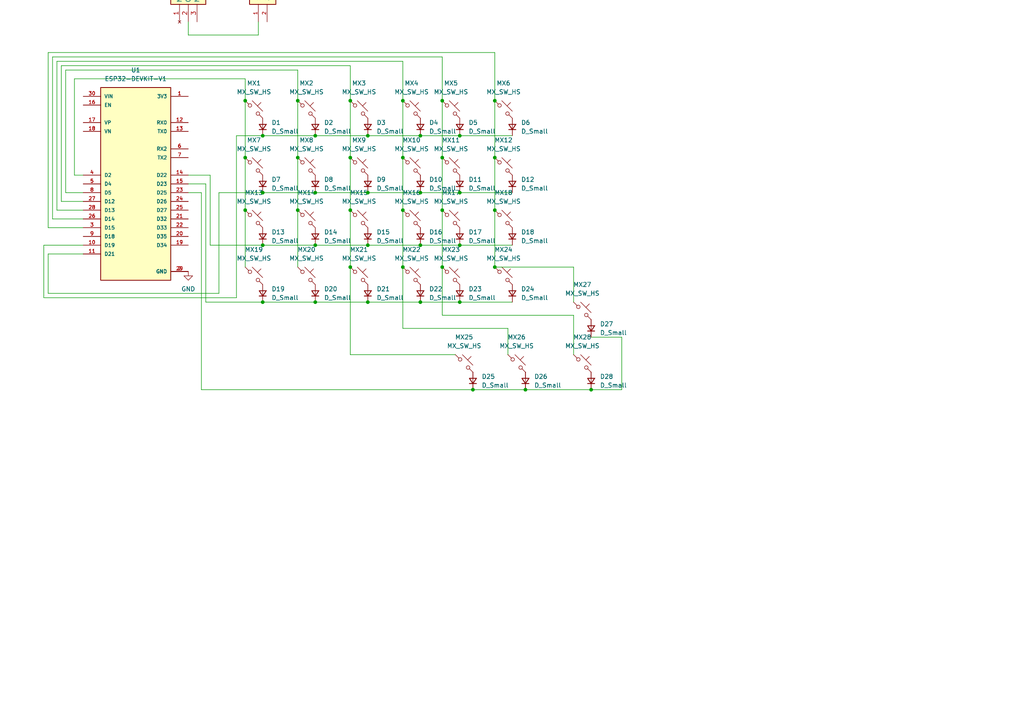
<source format=kicad_sch>
(kicad_sch
	(version 20231120)
	(generator "eeschema")
	(generator_version "8.0")
	(uuid "13b800a9-3c91-4b4f-8d80-06bc42086c80")
	(paper "A4")
	(lib_symbols
		(symbol "Device:D_Small"
			(pin_numbers hide)
			(pin_names
				(offset 0.254) hide)
			(exclude_from_sim no)
			(in_bom yes)
			(on_board yes)
			(property "Reference" "D"
				(at -1.27 2.032 0)
				(effects
					(font
						(size 1.27 1.27)
					)
					(justify left)
				)
			)
			(property "Value" "D_Small"
				(at -3.81 -2.032 0)
				(effects
					(font
						(size 1.27 1.27)
					)
					(justify left)
				)
			)
			(property "Footprint" ""
				(at 0 0 90)
				(effects
					(font
						(size 1.27 1.27)
					)
					(hide yes)
				)
			)
			(property "Datasheet" "~"
				(at 0 0 90)
				(effects
					(font
						(size 1.27 1.27)
					)
					(hide yes)
				)
			)
			(property "Description" "Diode, small symbol"
				(at 0 0 0)
				(effects
					(font
						(size 1.27 1.27)
					)
					(hide yes)
				)
			)
			(property "Sim.Device" "D"
				(at 0 0 0)
				(effects
					(font
						(size 1.27 1.27)
					)
					(hide yes)
				)
			)
			(property "Sim.Pins" "1=K 2=A"
				(at 0 0 0)
				(effects
					(font
						(size 1.27 1.27)
					)
					(hide yes)
				)
			)
			(property "ki_keywords" "diode"
				(at 0 0 0)
				(effects
					(font
						(size 1.27 1.27)
					)
					(hide yes)
				)
			)
			(property "ki_fp_filters" "TO-???* *_Diode_* *SingleDiode* D_*"
				(at 0 0 0)
				(effects
					(font
						(size 1.27 1.27)
					)
					(hide yes)
				)
			)
			(symbol "D_Small_0_1"
				(polyline
					(pts
						(xy -0.762 -1.016) (xy -0.762 1.016)
					)
					(stroke
						(width 0.254)
						(type default)
					)
					(fill
						(type none)
					)
				)
				(polyline
					(pts
						(xy -0.762 0) (xy 0.762 0)
					)
					(stroke
						(width 0)
						(type default)
					)
					(fill
						(type none)
					)
				)
				(polyline
					(pts
						(xy 0.762 -1.016) (xy -0.762 0) (xy 0.762 1.016) (xy 0.762 -1.016)
					)
					(stroke
						(width 0.254)
						(type default)
					)
					(fill
						(type none)
					)
				)
			)
			(symbol "D_Small_1_1"
				(pin passive line
					(at -2.54 0 0)
					(length 1.778)
					(name "K"
						(effects
							(font
								(size 1.27 1.27)
							)
						)
					)
					(number "1"
						(effects
							(font
								(size 1.27 1.27)
							)
						)
					)
				)
				(pin passive line
					(at 2.54 0 180)
					(length 1.778)
					(name "A"
						(effects
							(font
								(size 1.27 1.27)
							)
						)
					)
					(number "2"
						(effects
							(font
								(size 1.27 1.27)
							)
						)
					)
				)
			)
		)
		(symbol "ESP32-DEVKIT-V1:ESP32-DEVKIT-V1"
			(pin_names
				(offset 1.016)
			)
			(exclude_from_sim no)
			(in_bom yes)
			(on_board yes)
			(property "Reference" "U"
				(at -10.16 30.48 0)
				(effects
					(font
						(size 1.27 1.27)
					)
					(justify left top)
				)
			)
			(property "Value" "ESP32-DEVKIT-V1"
				(at -10.16 -30.48 0)
				(effects
					(font
						(size 1.27 1.27)
					)
					(justify left bottom)
				)
			)
			(property "Footprint" "ESP32-DEVKIT-V1:MODULE_ESP32_DEVKIT_V1"
				(at 0 0 0)
				(effects
					(font
						(size 1.27 1.27)
					)
					(justify bottom)
					(hide yes)
				)
			)
			(property "Datasheet" ""
				(at 0 0 0)
				(effects
					(font
						(size 1.27 1.27)
					)
					(hide yes)
				)
			)
			(property "Description" ""
				(at 0 0 0)
				(effects
					(font
						(size 1.27 1.27)
					)
					(hide yes)
				)
			)
			(property "MF" "Do it"
				(at 0 0 0)
				(effects
					(font
						(size 1.27 1.27)
					)
					(justify bottom)
					(hide yes)
				)
			)
			(property "MAXIMUM_PACKAGE_HEIGHT" "6.8 mm"
				(at 0 0 0)
				(effects
					(font
						(size 1.27 1.27)
					)
					(justify bottom)
					(hide yes)
				)
			)
			(property "Package" "None"
				(at 0 0 0)
				(effects
					(font
						(size 1.27 1.27)
					)
					(justify bottom)
					(hide yes)
				)
			)
			(property "Price" "None"
				(at 0 0 0)
				(effects
					(font
						(size 1.27 1.27)
					)
					(justify bottom)
					(hide yes)
				)
			)
			(property "Check_prices" "https://www.snapeda.com/parts/ESP32-DEVKIT-V1/Do+it/view-part/?ref=eda"
				(at 0 0 0)
				(effects
					(font
						(size 1.27 1.27)
					)
					(justify bottom)
					(hide yes)
				)
			)
			(property "STANDARD" "Manufacturer Recommendations"
				(at 0 0 0)
				(effects
					(font
						(size 1.27 1.27)
					)
					(justify bottom)
					(hide yes)
				)
			)
			(property "PARTREV" "N/A"
				(at 0 0 0)
				(effects
					(font
						(size 1.27 1.27)
					)
					(justify bottom)
					(hide yes)
				)
			)
			(property "SnapEDA_Link" "https://www.snapeda.com/parts/ESP32-DEVKIT-V1/Do+it/view-part/?ref=snap"
				(at 0 0 0)
				(effects
					(font
						(size 1.27 1.27)
					)
					(justify bottom)
					(hide yes)
				)
			)
			(property "MP" "ESP32-DEVKIT-V1"
				(at 0 0 0)
				(effects
					(font
						(size 1.27 1.27)
					)
					(justify bottom)
					(hide yes)
				)
			)
			(property "Description_1" "\nDual core, Wi-Fi: 2.4 GHz up to 150 Mbits/s,BLE (Bluetooth Low Energy) and legacy Bluetooth, 32 bits, Up to 240 MHz\n"
				(at 0 0 0)
				(effects
					(font
						(size 1.27 1.27)
					)
					(justify bottom)
					(hide yes)
				)
			)
			(property "Availability" "Not in stock"
				(at 0 0 0)
				(effects
					(font
						(size 1.27 1.27)
					)
					(justify bottom)
					(hide yes)
				)
			)
			(property "MANUFACTURER" "DOIT"
				(at 0 0 0)
				(effects
					(font
						(size 1.27 1.27)
					)
					(justify bottom)
					(hide yes)
				)
			)
			(symbol "ESP32-DEVKIT-V1_0_0"
				(rectangle
					(start -10.16 27.94)
					(end 10.16 -27.94)
					(stroke
						(width 0.254)
						(type default)
					)
					(fill
						(type background)
					)
				)
				(pin output line
					(at 15.24 25.4 180)
					(length 5.08)
					(name "3V3"
						(effects
							(font
								(size 1.016 1.016)
							)
						)
					)
					(number "1"
						(effects
							(font
								(size 1.016 1.016)
							)
						)
					)
				)
				(pin bidirectional line
					(at -15.24 -17.78 0)
					(length 5.08)
					(name "D19"
						(effects
							(font
								(size 1.016 1.016)
							)
						)
					)
					(number "10"
						(effects
							(font
								(size 1.016 1.016)
							)
						)
					)
				)
				(pin bidirectional line
					(at -15.24 -20.32 0)
					(length 5.08)
					(name "D21"
						(effects
							(font
								(size 1.016 1.016)
							)
						)
					)
					(number "11"
						(effects
							(font
								(size 1.016 1.016)
							)
						)
					)
				)
				(pin input line
					(at 15.24 17.78 180)
					(length 5.08)
					(name "RX0"
						(effects
							(font
								(size 1.016 1.016)
							)
						)
					)
					(number "12"
						(effects
							(font
								(size 1.016 1.016)
							)
						)
					)
				)
				(pin output line
					(at 15.24 15.24 180)
					(length 5.08)
					(name "TX0"
						(effects
							(font
								(size 1.016 1.016)
							)
						)
					)
					(number "13"
						(effects
							(font
								(size 1.016 1.016)
							)
						)
					)
				)
				(pin bidirectional line
					(at 15.24 2.54 180)
					(length 5.08)
					(name "D22"
						(effects
							(font
								(size 1.016 1.016)
							)
						)
					)
					(number "14"
						(effects
							(font
								(size 1.016 1.016)
							)
						)
					)
				)
				(pin bidirectional line
					(at 15.24 0 180)
					(length 5.08)
					(name "D23"
						(effects
							(font
								(size 1.016 1.016)
							)
						)
					)
					(number "15"
						(effects
							(font
								(size 1.016 1.016)
							)
						)
					)
				)
				(pin input line
					(at -15.24 22.86 0)
					(length 5.08)
					(name "EN"
						(effects
							(font
								(size 1.016 1.016)
							)
						)
					)
					(number "16"
						(effects
							(font
								(size 1.016 1.016)
							)
						)
					)
				)
				(pin bidirectional line
					(at -15.24 17.78 0)
					(length 5.08)
					(name "VP"
						(effects
							(font
								(size 1.016 1.016)
							)
						)
					)
					(number "17"
						(effects
							(font
								(size 1.016 1.016)
							)
						)
					)
				)
				(pin bidirectional line
					(at -15.24 15.24 0)
					(length 5.08)
					(name "VN"
						(effects
							(font
								(size 1.016 1.016)
							)
						)
					)
					(number "18"
						(effects
							(font
								(size 1.016 1.016)
							)
						)
					)
				)
				(pin bidirectional line
					(at 15.24 -17.78 180)
					(length 5.08)
					(name "D34"
						(effects
							(font
								(size 1.016 1.016)
							)
						)
					)
					(number "19"
						(effects
							(font
								(size 1.016 1.016)
							)
						)
					)
				)
				(pin power_in line
					(at 15.24 -25.4 180)
					(length 5.08)
					(name "GND"
						(effects
							(font
								(size 1.016 1.016)
							)
						)
					)
					(number "2"
						(effects
							(font
								(size 1.016 1.016)
							)
						)
					)
				)
				(pin bidirectional line
					(at 15.24 -15.24 180)
					(length 5.08)
					(name "D35"
						(effects
							(font
								(size 1.016 1.016)
							)
						)
					)
					(number "20"
						(effects
							(font
								(size 1.016 1.016)
							)
						)
					)
				)
				(pin bidirectional line
					(at 15.24 -10.16 180)
					(length 5.08)
					(name "D32"
						(effects
							(font
								(size 1.016 1.016)
							)
						)
					)
					(number "21"
						(effects
							(font
								(size 1.016 1.016)
							)
						)
					)
				)
				(pin bidirectional line
					(at 15.24 -12.7 180)
					(length 5.08)
					(name "D33"
						(effects
							(font
								(size 1.016 1.016)
							)
						)
					)
					(number "22"
						(effects
							(font
								(size 1.016 1.016)
							)
						)
					)
				)
				(pin bidirectional line
					(at 15.24 -2.54 180)
					(length 5.08)
					(name "D25"
						(effects
							(font
								(size 1.016 1.016)
							)
						)
					)
					(number "23"
						(effects
							(font
								(size 1.016 1.016)
							)
						)
					)
				)
				(pin bidirectional line
					(at 15.24 -5.08 180)
					(length 5.08)
					(name "D26"
						(effects
							(font
								(size 1.016 1.016)
							)
						)
					)
					(number "24"
						(effects
							(font
								(size 1.016 1.016)
							)
						)
					)
				)
				(pin bidirectional line
					(at 15.24 -7.62 180)
					(length 5.08)
					(name "D27"
						(effects
							(font
								(size 1.016 1.016)
							)
						)
					)
					(number "25"
						(effects
							(font
								(size 1.016 1.016)
							)
						)
					)
				)
				(pin bidirectional line
					(at -15.24 -10.16 0)
					(length 5.08)
					(name "D14"
						(effects
							(font
								(size 1.016 1.016)
							)
						)
					)
					(number "26"
						(effects
							(font
								(size 1.016 1.016)
							)
						)
					)
				)
				(pin bidirectional line
					(at -15.24 -5.08 0)
					(length 5.08)
					(name "D12"
						(effects
							(font
								(size 1.016 1.016)
							)
						)
					)
					(number "27"
						(effects
							(font
								(size 1.016 1.016)
							)
						)
					)
				)
				(pin bidirectional line
					(at -15.24 -7.62 0)
					(length 5.08)
					(name "D13"
						(effects
							(font
								(size 1.016 1.016)
							)
						)
					)
					(number "28"
						(effects
							(font
								(size 1.016 1.016)
							)
						)
					)
				)
				(pin power_in line
					(at 15.24 -25.4 180)
					(length 5.08)
					(name "GND"
						(effects
							(font
								(size 1.016 1.016)
							)
						)
					)
					(number "29"
						(effects
							(font
								(size 1.016 1.016)
							)
						)
					)
				)
				(pin bidirectional line
					(at -15.24 -12.7 0)
					(length 5.08)
					(name "D15"
						(effects
							(font
								(size 1.016 1.016)
							)
						)
					)
					(number "3"
						(effects
							(font
								(size 1.016 1.016)
							)
						)
					)
				)
				(pin input line
					(at -15.24 25.4 0)
					(length 5.08)
					(name "VIN"
						(effects
							(font
								(size 1.016 1.016)
							)
						)
					)
					(number "30"
						(effects
							(font
								(size 1.016 1.016)
							)
						)
					)
				)
				(pin bidirectional line
					(at -15.24 2.54 0)
					(length 5.08)
					(name "D2"
						(effects
							(font
								(size 1.016 1.016)
							)
						)
					)
					(number "4"
						(effects
							(font
								(size 1.016 1.016)
							)
						)
					)
				)
				(pin bidirectional line
					(at -15.24 0 0)
					(length 5.08)
					(name "D4"
						(effects
							(font
								(size 1.016 1.016)
							)
						)
					)
					(number "5"
						(effects
							(font
								(size 1.016 1.016)
							)
						)
					)
				)
				(pin input line
					(at 15.24 10.16 180)
					(length 5.08)
					(name "RX2"
						(effects
							(font
								(size 1.016 1.016)
							)
						)
					)
					(number "6"
						(effects
							(font
								(size 1.016 1.016)
							)
						)
					)
				)
				(pin output line
					(at 15.24 7.62 180)
					(length 5.08)
					(name "TX2"
						(effects
							(font
								(size 1.016 1.016)
							)
						)
					)
					(number "7"
						(effects
							(font
								(size 1.016 1.016)
							)
						)
					)
				)
				(pin bidirectional line
					(at -15.24 -2.54 0)
					(length 5.08)
					(name "D5"
						(effects
							(font
								(size 1.016 1.016)
							)
						)
					)
					(number "8"
						(effects
							(font
								(size 1.016 1.016)
							)
						)
					)
				)
				(pin bidirectional line
					(at -15.24 -15.24 0)
					(length 5.08)
					(name "D18"
						(effects
							(font
								(size 1.016 1.016)
							)
						)
					)
					(number "9"
						(effects
							(font
								(size 1.016 1.016)
							)
						)
					)
				)
			)
		)
		(symbol "PCM_marbastlib-mx:MX_SW_HS_CPG151101S11"
			(pin_numbers hide)
			(pin_names
				(offset 1.016) hide)
			(exclude_from_sim no)
			(in_bom yes)
			(on_board yes)
			(property "Reference" "MX"
				(at 3.048 1.016 0)
				(effects
					(font
						(size 1.27 1.27)
					)
					(justify left)
				)
			)
			(property "Value" "MX_SW_HS"
				(at 0 -3.81 0)
				(effects
					(font
						(size 1.27 1.27)
					)
				)
			)
			(property "Footprint" "PCM_marbastlib-mx:SW_MX_HS_CPG151101S11_1u"
				(at 0 0 0)
				(effects
					(font
						(size 1.27 1.27)
					)
					(hide yes)
				)
			)
			(property "Datasheet" "~"
				(at 0 0 0)
				(effects
					(font
						(size 1.27 1.27)
					)
					(hide yes)
				)
			)
			(property "Description" "Push button switch, normally open, two pins, 45° tilted, Kailh CPG151101S11 for Cherry MX style switches"
				(at 0 0 0)
				(effects
					(font
						(size 1.27 1.27)
					)
					(hide yes)
				)
			)
			(property "ki_keywords" "switch normally-open pushbutton push-button"
				(at 0 0 0)
				(effects
					(font
						(size 1.27 1.27)
					)
					(hide yes)
				)
			)
			(symbol "MX_SW_HS_CPG151101S11_0_1"
				(circle
					(center -1.1684 1.1684)
					(radius 0.508)
					(stroke
						(width 0)
						(type default)
					)
					(fill
						(type none)
					)
				)
				(polyline
					(pts
						(xy -0.508 2.54) (xy 2.54 -0.508)
					)
					(stroke
						(width 0)
						(type default)
					)
					(fill
						(type none)
					)
				)
				(polyline
					(pts
						(xy 1.016 1.016) (xy 2.032 2.032)
					)
					(stroke
						(width 0)
						(type default)
					)
					(fill
						(type none)
					)
				)
				(polyline
					(pts
						(xy -2.54 2.54) (xy -1.524 1.524) (xy -1.524 1.524)
					)
					(stroke
						(width 0)
						(type default)
					)
					(fill
						(type none)
					)
				)
				(polyline
					(pts
						(xy 1.524 -1.524) (xy 2.54 -2.54) (xy 2.54 -2.54) (xy 2.54 -2.54)
					)
					(stroke
						(width 0)
						(type default)
					)
					(fill
						(type none)
					)
				)
				(circle
					(center 1.143 -1.1938)
					(radius 0.508)
					(stroke
						(width 0)
						(type default)
					)
					(fill
						(type none)
					)
				)
				(pin passive line
					(at -2.54 2.54 0)
					(length 0)
					(name "1"
						(effects
							(font
								(size 1.27 1.27)
							)
						)
					)
					(number "1"
						(effects
							(font
								(size 1.27 1.27)
							)
						)
					)
				)
				(pin passive line
					(at 2.54 -2.54 180)
					(length 0)
					(name "2"
						(effects
							(font
								(size 1.27 1.27)
							)
						)
					)
					(number "2"
						(effects
							(font
								(size 1.27 1.27)
							)
						)
					)
				)
			)
		)
		(symbol "S2B-PH-K-S_LF__SN_:S2B-PH-K-S_LF__SN_"
			(pin_names
				(offset 1.016)
			)
			(exclude_from_sim no)
			(in_bom yes)
			(on_board yes)
			(property "Reference" "J"
				(at -5.08 3.302 0)
				(effects
					(font
						(size 1.27 1.27)
					)
					(justify left bottom)
				)
			)
			(property "Value" "S2B-PH-K-S_LF__SN_"
				(at -5.08 -7.62 0)
				(effects
					(font
						(size 1.27 1.27)
					)
					(justify left bottom)
				)
			)
			(property "Footprint" "bibliotecas:JST_S2B-PH-K-S_LF__SN_"
				(at 0 0 0)
				(effects
					(font
						(size 1.27 1.27)
					)
					(justify bottom)
					(hide yes)
				)
			)
			(property "Datasheet" ""
				(at 0 0 0)
				(effects
					(font
						(size 1.27 1.27)
					)
					(hide yes)
				)
			)
			(property "Description" "Connector Header Through Hole, Right Angle 2 position"
				(at 0 0 0)
				(effects
					(font
						(size 1.27 1.27)
					)
					(justify bottom)
					(hide yes)
				)
			)
			(property "MF" "JST Sales America Inc."
				(at 0 0 0)
				(effects
					(font
						(size 1.27 1.27)
					)
					(justify bottom)
					(hide yes)
				)
			)
			(property "MAXIMUM_PACKAGE_HEIGHT" "4.8mm"
				(at 0 0 0)
				(effects
					(font
						(size 1.27 1.27)
					)
					(justify bottom)
					(hide yes)
				)
			)
			(property "PACKAGE" "None"
				(at 0 0 0)
				(effects
					(font
						(size 1.27 1.27)
					)
					(justify bottom)
					(hide yes)
				)
			)
			(property "PRICE" "None"
				(at 0 0 0)
				(effects
					(font
						(size 1.27 1.27)
					)
					(justify bottom)
					(hide yes)
				)
			)
			(property "Package" "NON STANDARD-2 J.S.T."
				(at 0 0 0)
				(effects
					(font
						(size 1.27 1.27)
					)
					(justify bottom)
					(hide yes)
				)
			)
			(property "Check_prices" "https://www.snapeda.com/parts/S2B-PH-K-S(LF)(SN)/JST+Sales+America+Inc./view-part/?ref=eda"
				(at 0 0 0)
				(effects
					(font
						(size 1.27 1.27)
					)
					(justify bottom)
					(hide yes)
				)
			)
			(property "Price" "None"
				(at 0 0 0)
				(effects
					(font
						(size 1.27 1.27)
					)
					(justify bottom)
					(hide yes)
				)
			)
			(property "SnapEDA_Link" "https://www.snapeda.com/parts/S2B-PH-K-S(LF)(SN)/JST+Sales+America+Inc./view-part/?ref=snap"
				(at 0 0 0)
				(effects
					(font
						(size 1.27 1.27)
					)
					(justify bottom)
					(hide yes)
				)
			)
			(property "MP" "S2B-PH-K-S(LF)(SN)"
				(at 0 0 0)
				(effects
					(font
						(size 1.27 1.27)
					)
					(justify bottom)
					(hide yes)
				)
			)
			(property "Description_1" "\nConnector Header Through Hole, Right Angle 2 position\n"
				(at 0 0 0)
				(effects
					(font
						(size 1.27 1.27)
					)
					(justify bottom)
					(hide yes)
				)
			)
			(property "Availability" "In Stock"
				(at 0 0 0)
				(effects
					(font
						(size 1.27 1.27)
					)
					(justify bottom)
					(hide yes)
				)
			)
			(property "AVAILABILITY" "Unavailable"
				(at 0 0 0)
				(effects
					(font
						(size 1.27 1.27)
					)
					(justify bottom)
					(hide yes)
				)
			)
			(symbol "S2B-PH-K-S_LF__SN__0_0"
				(rectangle
					(start -5.08 -5.08)
					(end 5.08 2.54)
					(stroke
						(width 0.254)
						(type default)
					)
					(fill
						(type background)
					)
				)
				(pin passive line
					(at -10.16 0 0)
					(length 5.08)
					(name "1"
						(effects
							(font
								(size 1.016 1.016)
							)
						)
					)
					(number "1"
						(effects
							(font
								(size 1.016 1.016)
							)
						)
					)
				)
				(pin passive line
					(at -10.16 -2.54 0)
					(length 5.08)
					(name "2"
						(effects
							(font
								(size 1.016 1.016)
							)
						)
					)
					(number "2"
						(effects
							(font
								(size 1.016 1.016)
							)
						)
					)
				)
			)
		)
		(symbol "SamacSys_Parts:SS12D00G3"
			(exclude_from_sim no)
			(in_bom yes)
			(on_board yes)
			(property "Reference" "S"
				(at 19.05 7.62 0)
				(effects
					(font
						(size 1.27 1.27)
					)
					(justify left top)
				)
			)
			(property "Value" "SS12D00G3"
				(at 19.05 5.08 0)
				(effects
					(font
						(size 1.27 1.27)
					)
					(justify left top)
				)
			)
			(property "Footprint" "SS12D00G3"
				(at 19.05 -94.92 0)
				(effects
					(font
						(size 1.27 1.27)
					)
					(justify left top)
					(hide yes)
				)
			)
			(property "Datasheet" "http://vimex.com/switches/techdocs/SS12D00-tech.pdf"
				(at 19.05 -194.92 0)
				(effects
					(font
						(size 1.27 1.27)
					)
					(justify left top)
					(hide yes)
				)
			)
			(property "Description" "3 Pin Toggle Switch"
				(at 0 0 0)
				(effects
					(font
						(size 1.27 1.27)
					)
					(hide yes)
				)
			)
			(property "Height" "7"
				(at 19.05 -394.92 0)
				(effects
					(font
						(size 1.27 1.27)
					)
					(justify left top)
					(hide yes)
				)
			)
			(property "Manufacturer_Name" "Vimex"
				(at 19.05 -494.92 0)
				(effects
					(font
						(size 1.27 1.27)
					)
					(justify left top)
					(hide yes)
				)
			)
			(property "Manufacturer_Part_Number" "SS12D00G3"
				(at 19.05 -594.92 0)
				(effects
					(font
						(size 1.27 1.27)
					)
					(justify left top)
					(hide yes)
				)
			)
			(property "Mouser Part Number" ""
				(at 19.05 -694.92 0)
				(effects
					(font
						(size 1.27 1.27)
					)
					(justify left top)
					(hide yes)
				)
			)
			(property "Mouser Price/Stock" ""
				(at 19.05 -794.92 0)
				(effects
					(font
						(size 1.27 1.27)
					)
					(justify left top)
					(hide yes)
				)
			)
			(property "Arrow Part Number" ""
				(at 19.05 -894.92 0)
				(effects
					(font
						(size 1.27 1.27)
					)
					(justify left top)
					(hide yes)
				)
			)
			(property "Arrow Price/Stock" ""
				(at 19.05 -994.92 0)
				(effects
					(font
						(size 1.27 1.27)
					)
					(justify left top)
					(hide yes)
				)
			)
			(symbol "SS12D00G3_1_1"
				(rectangle
					(start 5.08 2.54)
					(end 17.78 -7.62)
					(stroke
						(width 0.254)
						(type default)
					)
					(fill
						(type background)
					)
				)
				(pin no_connect line
					(at 0 0 0)
					(length 5.08)
					(name "NC"
						(effects
							(font
								(size 1.27 1.27)
							)
						)
					)
					(number "1"
						(effects
							(font
								(size 1.27 1.27)
							)
						)
					)
				)
				(pin passive line
					(at 0 -2.54 0)
					(length 5.08)
					(name "COM"
						(effects
							(font
								(size 1.27 1.27)
							)
						)
					)
					(number "2"
						(effects
							(font
								(size 1.27 1.27)
							)
						)
					)
				)
				(pin passive line
					(at 0 -5.08 0)
					(length 5.08)
					(name "NO"
						(effects
							(font
								(size 1.27 1.27)
							)
						)
					)
					(number "3"
						(effects
							(font
								(size 1.27 1.27)
							)
						)
					)
				)
			)
		)
		(symbol "power:GND"
			(power)
			(pin_numbers hide)
			(pin_names
				(offset 0) hide)
			(exclude_from_sim no)
			(in_bom yes)
			(on_board yes)
			(property "Reference" "#PWR"
				(at 0 -6.35 0)
				(effects
					(font
						(size 1.27 1.27)
					)
					(hide yes)
				)
			)
			(property "Value" "GND"
				(at 0 -3.81 0)
				(effects
					(font
						(size 1.27 1.27)
					)
				)
			)
			(property "Footprint" ""
				(at 0 0 0)
				(effects
					(font
						(size 1.27 1.27)
					)
					(hide yes)
				)
			)
			(property "Datasheet" ""
				(at 0 0 0)
				(effects
					(font
						(size 1.27 1.27)
					)
					(hide yes)
				)
			)
			(property "Description" "Power symbol creates a global label with name \"GND\" , ground"
				(at 0 0 0)
				(effects
					(font
						(size 1.27 1.27)
					)
					(hide yes)
				)
			)
			(property "ki_keywords" "global power"
				(at 0 0 0)
				(effects
					(font
						(size 1.27 1.27)
					)
					(hide yes)
				)
			)
			(symbol "GND_0_1"
				(polyline
					(pts
						(xy 0 0) (xy 0 -1.27) (xy 1.27 -1.27) (xy 0 -2.54) (xy -1.27 -1.27) (xy 0 -1.27)
					)
					(stroke
						(width 0)
						(type default)
					)
					(fill
						(type none)
					)
				)
			)
			(symbol "GND_1_1"
				(pin power_in line
					(at 0 0 270)
					(length 0)
					(name "~"
						(effects
							(font
								(size 1.27 1.27)
							)
						)
					)
					(number "1"
						(effects
							(font
								(size 1.27 1.27)
							)
						)
					)
				)
			)
		)
	)
	(junction
		(at 71.12 29.21)
		(diameter 0)
		(color 0 0 0 0)
		(uuid "030a15ed-c5c0-467f-ac44-de1bf3158fcd")
	)
	(junction
		(at 91.44 71.12)
		(diameter 0)
		(color 0 0 0 0)
		(uuid "076eb574-5697-4842-8291-d0c73f4679a7")
	)
	(junction
		(at 116.84 77.47)
		(diameter 0)
		(color 0 0 0 0)
		(uuid "0830bba9-8f90-42b1-bf13-871ce60a016f")
	)
	(junction
		(at 106.68 39.37)
		(diameter 0)
		(color 0 0 0 0)
		(uuid "08fa0965-7229-4e90-a09d-d0512abcf3fd")
	)
	(junction
		(at 143.51 29.21)
		(diameter 0)
		(color 0 0 0 0)
		(uuid "0ab7feb5-2c28-4cac-bad3-d07a91365c90")
	)
	(junction
		(at 133.35 87.63)
		(diameter 0)
		(color 0 0 0 0)
		(uuid "0ecee8e4-e2fd-425e-a5ab-b370fc60a55d")
	)
	(junction
		(at 133.35 39.37)
		(diameter 0)
		(color 0 0 0 0)
		(uuid "1652da64-5471-48d1-8907-4e9b064d588d")
	)
	(junction
		(at 101.6 29.21)
		(diameter 0)
		(color 0 0 0 0)
		(uuid "1815830b-483c-4e43-93c0-2b463c524b2f")
	)
	(junction
		(at 86.36 29.21)
		(diameter 0)
		(color 0 0 0 0)
		(uuid "1c15fd49-c31c-4dc2-a353-1b35cff5aed3")
	)
	(junction
		(at 133.35 55.88)
		(diameter 0)
		(color 0 0 0 0)
		(uuid "2439818c-a610-422c-85e3-bfe7ce0bed8c")
	)
	(junction
		(at 128.27 29.21)
		(diameter 0)
		(color 0 0 0 0)
		(uuid "2d697eda-94c6-464d-af1b-c3bf7b1815e5")
	)
	(junction
		(at 143.51 60.96)
		(diameter 0)
		(color 0 0 0 0)
		(uuid "3067162b-5015-41fc-8b0f-56847c479889")
	)
	(junction
		(at 133.35 71.12)
		(diameter 0)
		(color 0 0 0 0)
		(uuid "377d00fe-c967-447e-911a-be264639c6d1")
	)
	(junction
		(at 121.92 55.88)
		(diameter 0)
		(color 0 0 0 0)
		(uuid "38246d18-3e35-40a5-a27e-aa721931b3b5")
	)
	(junction
		(at 152.4 113.03)
		(diameter 0)
		(color 0 0 0 0)
		(uuid "3ae82d50-7da5-4af0-9284-a25706f60bee")
	)
	(junction
		(at 128.27 77.47)
		(diameter 0)
		(color 0 0 0 0)
		(uuid "47eb939f-1b36-42a6-bd7b-cfd7a02c9eb4")
	)
	(junction
		(at 76.2 87.63)
		(diameter 0)
		(color 0 0 0 0)
		(uuid "493a9ef0-59d3-44b3-9ce9-16564b3504f7")
	)
	(junction
		(at 116.84 60.96)
		(diameter 0)
		(color 0 0 0 0)
		(uuid "68ef4207-f0b1-4bc2-b101-7ee3ff2eb958")
	)
	(junction
		(at 121.92 71.12)
		(diameter 0)
		(color 0 0 0 0)
		(uuid "71a77aa5-83f7-4ba0-b828-f3ec6455f016")
	)
	(junction
		(at 137.16 113.03)
		(diameter 0)
		(color 0 0 0 0)
		(uuid "7dde2c37-734f-46ae-b79f-d27714133c6a")
	)
	(junction
		(at 143.51 77.47)
		(diameter 0)
		(color 0 0 0 0)
		(uuid "80293f72-f3b9-4d63-8239-b114d771399c")
	)
	(junction
		(at 128.27 45.72)
		(diameter 0)
		(color 0 0 0 0)
		(uuid "87ffaedf-20b4-4fa7-ba48-20b4301df9e1")
	)
	(junction
		(at 121.92 87.63)
		(diameter 0)
		(color 0 0 0 0)
		(uuid "89fb8461-8f26-43f2-b5a2-2aa4f3a811a2")
	)
	(junction
		(at 71.12 45.72)
		(diameter 0)
		(color 0 0 0 0)
		(uuid "8d6a1cab-34f0-4647-a8e6-7d636c9753d9")
	)
	(junction
		(at 106.68 71.12)
		(diameter 0)
		(color 0 0 0 0)
		(uuid "924817e2-15ad-41ef-bc82-58a28b63364f")
	)
	(junction
		(at 76.2 71.12)
		(diameter 0)
		(color 0 0 0 0)
		(uuid "9c77cd88-51c1-4a17-a51b-28a013e9744d")
	)
	(junction
		(at 116.84 29.21)
		(diameter 0)
		(color 0 0 0 0)
		(uuid "9e29ab2b-6e19-404d-9827-833e03644664")
	)
	(junction
		(at 76.2 39.37)
		(diameter 0)
		(color 0 0 0 0)
		(uuid "a3635177-c20c-4dc8-85a0-d4bf191de1fe")
	)
	(junction
		(at 86.36 45.72)
		(diameter 0)
		(color 0 0 0 0)
		(uuid "a47d4981-1aaa-4f05-b5e6-14c482d18577")
	)
	(junction
		(at 121.92 39.37)
		(diameter 0)
		(color 0 0 0 0)
		(uuid "a613bf66-0a9e-454e-9eb9-cb683bd7d175")
	)
	(junction
		(at 71.12 60.96)
		(diameter 0)
		(color 0 0 0 0)
		(uuid "a876145e-d2ba-4b9f-ace0-208cd3908e9d")
	)
	(junction
		(at 101.6 45.72)
		(diameter 0)
		(color 0 0 0 0)
		(uuid "ae1e050b-0c38-45ec-9dd6-6f6e7d4aef7d")
	)
	(junction
		(at 91.44 39.37)
		(diameter 0)
		(color 0 0 0 0)
		(uuid "aff09cf7-8e84-42c8-9f42-eb6edadef11f")
	)
	(junction
		(at 106.68 87.63)
		(diameter 0)
		(color 0 0 0 0)
		(uuid "b88ec9ae-e1bb-4d95-859a-d7b4475b55a7")
	)
	(junction
		(at 171.45 113.03)
		(diameter 0)
		(color 0 0 0 0)
		(uuid "bcff0d96-8ee7-4b8e-a168-cc7838a22353")
	)
	(junction
		(at 91.44 87.63)
		(diameter 0)
		(color 0 0 0 0)
		(uuid "c04947c3-dc5a-42a5-8734-f938a079318f")
	)
	(junction
		(at 106.68 55.88)
		(diameter 0)
		(color 0 0 0 0)
		(uuid "c6f7afcc-1b96-4ec1-8fde-d04b00b3b5dc")
	)
	(junction
		(at 143.51 45.72)
		(diameter 0)
		(color 0 0 0 0)
		(uuid "c867abc0-abce-4189-952a-45530dcbc119")
	)
	(junction
		(at 116.84 45.72)
		(diameter 0)
		(color 0 0 0 0)
		(uuid "df209f88-a5e6-40b3-93be-966a49b0e798")
	)
	(junction
		(at 91.44 55.88)
		(diameter 0)
		(color 0 0 0 0)
		(uuid "e04a9af3-a277-4c3f-992c-208c2ec11dfc")
	)
	(junction
		(at 76.2 55.88)
		(diameter 0)
		(color 0 0 0 0)
		(uuid "e1f5c353-c1f6-4a78-8deb-943a144adfbd")
	)
	(junction
		(at 101.6 77.47)
		(diameter 0)
		(color 0 0 0 0)
		(uuid "e82a73d0-34db-4007-a5a5-b0a69cbf7db4")
	)
	(junction
		(at 86.36 60.96)
		(diameter 0)
		(color 0 0 0 0)
		(uuid "f1ae93f3-5d13-440c-bba1-97aff5f6bd0a")
	)
	(junction
		(at 101.6 60.96)
		(diameter 0)
		(color 0 0 0 0)
		(uuid "f20ebaab-55be-409f-b2ab-07acad19bb6c")
	)
	(junction
		(at 128.27 60.96)
		(diameter 0)
		(color 0 0 0 0)
		(uuid "f9b049cc-605a-4008-8431-78b58a7d4968")
	)
	(wire
		(pts
			(xy 180.34 113.03) (xy 180.34 97.79)
		)
		(stroke
			(width 0)
			(type default)
		)
		(uuid "011c412d-9810-4394-845c-801f6ee92752")
	)
	(wire
		(pts
			(xy 101.6 29.21) (xy 101.6 45.72)
		)
		(stroke
			(width 0)
			(type default)
		)
		(uuid "02ab584d-799d-4548-976b-5f59e2b58b19")
	)
	(wire
		(pts
			(xy 143.51 45.72) (xy 143.51 60.96)
		)
		(stroke
			(width 0)
			(type default)
		)
		(uuid "09374e4d-284d-41be-97b6-8d40bf524d7e")
	)
	(wire
		(pts
			(xy 91.44 55.88) (xy 106.68 55.88)
		)
		(stroke
			(width 0)
			(type default)
		)
		(uuid "0a7483a9-18a9-4a54-bd58-9161afa91a34")
	)
	(wire
		(pts
			(xy 121.92 71.12) (xy 133.35 71.12)
		)
		(stroke
			(width 0)
			(type default)
		)
		(uuid "0b839f8d-50c6-49ba-b39c-ae9c2d1659fd")
	)
	(wire
		(pts
			(xy 13.97 15.24) (xy 13.97 66.04)
		)
		(stroke
			(width 0)
			(type default)
		)
		(uuid "0d8da86c-b3fe-4901-80d9-143241b50180")
	)
	(wire
		(pts
			(xy 68.58 86.36) (xy 68.58 39.37)
		)
		(stroke
			(width 0)
			(type default)
		)
		(uuid "0fcdd637-d39d-43ac-9380-335a9e5ebf2b")
	)
	(wire
		(pts
			(xy 17.78 19.05) (xy 101.6 19.05)
		)
		(stroke
			(width 0)
			(type default)
		)
		(uuid "112441bf-6a2f-4d28-8d1a-eb83ae2e0a7a")
	)
	(wire
		(pts
			(xy 59.69 87.63) (xy 59.69 53.34)
		)
		(stroke
			(width 0)
			(type default)
		)
		(uuid "11ab21e8-a673-43bd-8394-719b7dde35c2")
	)
	(wire
		(pts
			(xy 121.92 87.63) (xy 133.35 87.63)
		)
		(stroke
			(width 0)
			(type default)
		)
		(uuid "11ac9b55-8ebe-43b1-bf59-744da8110789")
	)
	(wire
		(pts
			(xy 137.16 113.03) (xy 152.4 113.03)
		)
		(stroke
			(width 0)
			(type default)
		)
		(uuid "12bd18a7-16dc-40a4-b2f6-2992ec7c5383")
	)
	(wire
		(pts
			(xy 91.44 87.63) (xy 106.68 87.63)
		)
		(stroke
			(width 0)
			(type default)
		)
		(uuid "15ba7828-3a07-4a96-bdda-2a42eb9f0296")
	)
	(wire
		(pts
			(xy 171.45 113.03) (xy 180.34 113.03)
		)
		(stroke
			(width 0)
			(type default)
		)
		(uuid "1659ecfd-8de7-4676-a1f1-ed751394dc98")
	)
	(wire
		(pts
			(xy 19.05 20.32) (xy 86.36 20.32)
		)
		(stroke
			(width 0)
			(type default)
		)
		(uuid "166731a7-b82a-40f1-9254-e381110898ca")
	)
	(wire
		(pts
			(xy 71.12 29.21) (xy 71.12 45.72)
		)
		(stroke
			(width 0)
			(type default)
		)
		(uuid "1ab0e62d-dabf-4eb8-a12a-cf4691455524")
	)
	(wire
		(pts
			(xy 15.24 16.51) (xy 128.27 16.51)
		)
		(stroke
			(width 0)
			(type default)
		)
		(uuid "1c534331-e653-4640-9f26-766c1046a024")
	)
	(wire
		(pts
			(xy 21.59 22.86) (xy 21.59 50.8)
		)
		(stroke
			(width 0)
			(type default)
		)
		(uuid "23600c2c-b65b-4096-b7d7-270ba3a0f279")
	)
	(wire
		(pts
			(xy 116.84 60.96) (xy 116.84 77.47)
		)
		(stroke
			(width 0)
			(type default)
		)
		(uuid "23a0cba9-f2ed-41b5-bc3f-2ecfb5c2d979")
	)
	(wire
		(pts
			(xy 71.12 22.86) (xy 21.59 22.86)
		)
		(stroke
			(width 0)
			(type default)
		)
		(uuid "24a03d01-1418-4f08-9f92-885a17c9fa19")
	)
	(wire
		(pts
			(xy 143.51 15.24) (xy 13.97 15.24)
		)
		(stroke
			(width 0)
			(type default)
		)
		(uuid "253b0782-fbf7-49dc-bf15-3c1b2a0ee1cb")
	)
	(wire
		(pts
			(xy 63.5 55.88) (xy 63.5 85.09)
		)
		(stroke
			(width 0)
			(type default)
		)
		(uuid "26d06cf8-0755-4af1-9cce-9ea062dfeb98")
	)
	(wire
		(pts
			(xy 116.84 95.25) (xy 147.32 95.25)
		)
		(stroke
			(width 0)
			(type default)
		)
		(uuid "2f66afb7-b326-45a9-acf1-6603f5df6323")
	)
	(wire
		(pts
			(xy 76.2 39.37) (xy 91.44 39.37)
		)
		(stroke
			(width 0)
			(type default)
		)
		(uuid "31092a2b-9291-436e-a5f1-da35491740d2")
	)
	(wire
		(pts
			(xy 86.36 45.72) (xy 86.36 60.96)
		)
		(stroke
			(width 0)
			(type default)
		)
		(uuid "3b93fb9b-8ccd-404e-98bd-29814d49177f")
	)
	(wire
		(pts
			(xy 101.6 45.72) (xy 101.6 60.96)
		)
		(stroke
			(width 0)
			(type default)
		)
		(uuid "3e3e974b-3011-49c8-8770-8c2712b4a96f")
	)
	(wire
		(pts
			(xy 128.27 29.21) (xy 128.27 45.72)
		)
		(stroke
			(width 0)
			(type default)
		)
		(uuid "417435fb-888b-4e0e-a45a-9995754540b0")
	)
	(wire
		(pts
			(xy 58.42 55.88) (xy 58.42 113.03)
		)
		(stroke
			(width 0)
			(type default)
		)
		(uuid "452bee3c-326b-42b9-87be-92435951b221")
	)
	(wire
		(pts
			(xy 16.51 17.78) (xy 16.51 60.96)
		)
		(stroke
			(width 0)
			(type default)
		)
		(uuid "46142a44-3a83-47cd-a074-ebfcf0cc3fa5")
	)
	(wire
		(pts
			(xy 121.92 55.88) (xy 133.35 55.88)
		)
		(stroke
			(width 0)
			(type default)
		)
		(uuid "4eb5d85a-3ed0-430a-891d-b38488ac9e02")
	)
	(wire
		(pts
			(xy 54.61 10.16) (xy 74.93 10.16)
		)
		(stroke
			(width 0)
			(type default)
		)
		(uuid "4eba0195-0f3d-49e9-9eb3-7f3cd66d1da5")
	)
	(wire
		(pts
			(xy 24.13 55.88) (xy 19.05 55.88)
		)
		(stroke
			(width 0)
			(type default)
		)
		(uuid "4fefb906-d087-4f5a-b543-e497db5badc2")
	)
	(wire
		(pts
			(xy 63.5 85.09) (xy 13.97 85.09)
		)
		(stroke
			(width 0)
			(type default)
		)
		(uuid "554329f9-cb2b-424d-8e23-74f1000a3fca")
	)
	(wire
		(pts
			(xy 133.35 71.12) (xy 148.59 71.12)
		)
		(stroke
			(width 0)
			(type default)
		)
		(uuid "59751ce6-7c85-440e-843b-9c1cb150db22")
	)
	(wire
		(pts
			(xy 16.51 60.96) (xy 24.13 60.96)
		)
		(stroke
			(width 0)
			(type default)
		)
		(uuid "5dea689a-efe6-41a0-ab03-c6f89c286b60")
	)
	(wire
		(pts
			(xy 128.27 16.51) (xy 128.27 29.21)
		)
		(stroke
			(width 0)
			(type default)
		)
		(uuid "64c7e25d-7443-4cc4-9013-d8798167d854")
	)
	(wire
		(pts
			(xy 128.27 60.96) (xy 128.27 77.47)
		)
		(stroke
			(width 0)
			(type default)
		)
		(uuid "67f88920-67cd-47d0-a45e-56e4b8927528")
	)
	(wire
		(pts
			(xy 101.6 102.87) (xy 132.08 102.87)
		)
		(stroke
			(width 0)
			(type default)
		)
		(uuid "694ad795-ad6c-4245-ae57-284df1303e3e")
	)
	(wire
		(pts
			(xy 76.2 71.12) (xy 91.44 71.12)
		)
		(stroke
			(width 0)
			(type default)
		)
		(uuid "6a854be7-b6b4-4ebd-8ddc-89689db69e80")
	)
	(wire
		(pts
			(xy 116.84 77.47) (xy 116.84 95.25)
		)
		(stroke
			(width 0)
			(type default)
		)
		(uuid "700b856f-a301-4959-8424-20c72b8a9220")
	)
	(wire
		(pts
			(xy 58.42 113.03) (xy 137.16 113.03)
		)
		(stroke
			(width 0)
			(type default)
		)
		(uuid "73a65aae-fe83-4926-b1f4-37fe146ae65a")
	)
	(wire
		(pts
			(xy 116.84 29.21) (xy 116.84 17.78)
		)
		(stroke
			(width 0)
			(type default)
		)
		(uuid "747cb29a-0308-490f-9bdd-21d1ef6a8ae9")
	)
	(wire
		(pts
			(xy 12.7 71.12) (xy 12.7 86.36)
		)
		(stroke
			(width 0)
			(type default)
		)
		(uuid "751acc73-2b1c-40f6-baba-a99af6243e78")
	)
	(wire
		(pts
			(xy 24.13 63.5) (xy 15.24 63.5)
		)
		(stroke
			(width 0)
			(type default)
		)
		(uuid "76af205c-5b85-41d3-a3a1-0f3882d271db")
	)
	(wire
		(pts
			(xy 143.51 60.96) (xy 143.51 77.47)
		)
		(stroke
			(width 0)
			(type default)
		)
		(uuid "76c95993-d16d-41bc-9980-a6ac8ef78471")
	)
	(wire
		(pts
			(xy 13.97 66.04) (xy 24.13 66.04)
		)
		(stroke
			(width 0)
			(type default)
		)
		(uuid "7a5c973f-8305-45f7-878a-f1a5b561cd5a")
	)
	(wire
		(pts
			(xy 60.96 71.12) (xy 60.96 50.8)
		)
		(stroke
			(width 0)
			(type default)
		)
		(uuid "7fea0139-181c-49d2-934d-14b2038be123")
	)
	(wire
		(pts
			(xy 133.35 55.88) (xy 148.59 55.88)
		)
		(stroke
			(width 0)
			(type default)
		)
		(uuid "824e509e-d11d-4964-8057-943754df6a40")
	)
	(wire
		(pts
			(xy 21.59 50.8) (xy 24.13 50.8)
		)
		(stroke
			(width 0)
			(type default)
		)
		(uuid "836702bc-1213-4a99-a5f1-e81712c1c4ef")
	)
	(wire
		(pts
			(xy 152.4 113.03) (xy 171.45 113.03)
		)
		(stroke
			(width 0)
			(type default)
		)
		(uuid "83848eae-78ce-448b-9135-2ec7f9ff7282")
	)
	(wire
		(pts
			(xy 19.05 55.88) (xy 19.05 20.32)
		)
		(stroke
			(width 0)
			(type default)
		)
		(uuid "83da2c56-39e8-4eb1-bf7d-6c28b619cc57")
	)
	(wire
		(pts
			(xy 121.92 39.37) (xy 133.35 39.37)
		)
		(stroke
			(width 0)
			(type default)
		)
		(uuid "8566a74f-a562-4805-9313-6fb95a2dd2b1")
	)
	(wire
		(pts
			(xy 86.36 20.32) (xy 86.36 29.21)
		)
		(stroke
			(width 0)
			(type default)
		)
		(uuid "86ac6da9-55c5-4141-b639-df9ebdde5b7d")
	)
	(wire
		(pts
			(xy 143.51 29.21) (xy 143.51 45.72)
		)
		(stroke
			(width 0)
			(type default)
		)
		(uuid "892c93ac-c674-4c62-a2a8-ceced8e8dcdd")
	)
	(wire
		(pts
			(xy 76.2 87.63) (xy 59.69 87.63)
		)
		(stroke
			(width 0)
			(type default)
		)
		(uuid "8953db76-e2a0-4a8f-86d0-5687fd88b6eb")
	)
	(wire
		(pts
			(xy 74.93 10.16) (xy 74.93 6.35)
		)
		(stroke
			(width 0)
			(type default)
		)
		(uuid "897639b7-5638-40fc-bb71-1895fd944368")
	)
	(wire
		(pts
			(xy 86.36 60.96) (xy 86.36 77.47)
		)
		(stroke
			(width 0)
			(type default)
		)
		(uuid "8abcc703-b02d-4592-a38b-8464d58524c8")
	)
	(wire
		(pts
			(xy 106.68 39.37) (xy 121.92 39.37)
		)
		(stroke
			(width 0)
			(type default)
		)
		(uuid "8b15f903-e183-47d6-bc0c-d73eddb30814")
	)
	(wire
		(pts
			(xy 143.51 29.21) (xy 143.51 15.24)
		)
		(stroke
			(width 0)
			(type default)
		)
		(uuid "8d1e89fb-ff94-4f60-ad1b-1d8952e10b07")
	)
	(wire
		(pts
			(xy 101.6 60.96) (xy 101.6 77.47)
		)
		(stroke
			(width 0)
			(type default)
		)
		(uuid "8d373a81-c47f-4108-965f-dec15c18cdea")
	)
	(wire
		(pts
			(xy 54.61 6.35) (xy 54.61 10.16)
		)
		(stroke
			(width 0)
			(type default)
		)
		(uuid "8e9338ce-f599-452f-ab77-156838b9d345")
	)
	(wire
		(pts
			(xy 133.35 87.63) (xy 148.59 87.63)
		)
		(stroke
			(width 0)
			(type default)
		)
		(uuid "8f05dba3-91ce-499e-8a82-a994bcaa3dfe")
	)
	(wire
		(pts
			(xy 116.84 45.72) (xy 116.84 60.96)
		)
		(stroke
			(width 0)
			(type default)
		)
		(uuid "8f2d1c7e-d007-425e-8328-b1a822daf3ae")
	)
	(wire
		(pts
			(xy 76.2 71.12) (xy 60.96 71.12)
		)
		(stroke
			(width 0)
			(type default)
		)
		(uuid "928d71b9-2e2d-4bc2-9a78-86d392971c4d")
	)
	(wire
		(pts
			(xy 76.2 55.88) (xy 91.44 55.88)
		)
		(stroke
			(width 0)
			(type default)
		)
		(uuid "96887ef9-fa0c-42cb-ab02-1a4c4bac49fc")
	)
	(wire
		(pts
			(xy 91.44 39.37) (xy 106.68 39.37)
		)
		(stroke
			(width 0)
			(type default)
		)
		(uuid "97e1cf33-378c-4756-bc8c-11bcbc49c6bc")
	)
	(wire
		(pts
			(xy 180.34 97.79) (xy 171.45 97.79)
		)
		(stroke
			(width 0)
			(type default)
		)
		(uuid "9b1bfa11-c6ea-4cc0-b8a3-04eff0991d19")
	)
	(wire
		(pts
			(xy 17.78 58.42) (xy 17.78 19.05)
		)
		(stroke
			(width 0)
			(type default)
		)
		(uuid "9cf55bd3-186e-409b-ba46-626dbde2b6d2")
	)
	(wire
		(pts
			(xy 76.2 87.63) (xy 91.44 87.63)
		)
		(stroke
			(width 0)
			(type default)
		)
		(uuid "9dc18940-6dbd-4423-a853-e0a4d1f37639")
	)
	(wire
		(pts
			(xy 60.96 50.8) (xy 54.61 50.8)
		)
		(stroke
			(width 0)
			(type default)
		)
		(uuid "9fc5b726-ee64-4320-9301-5f924c3343d6")
	)
	(wire
		(pts
			(xy 15.24 63.5) (xy 15.24 16.51)
		)
		(stroke
			(width 0)
			(type default)
		)
		(uuid "a01f247a-65fa-4638-8bb5-d0d47cb88bf9")
	)
	(wire
		(pts
			(xy 166.37 91.44) (xy 166.37 102.87)
		)
		(stroke
			(width 0)
			(type default)
		)
		(uuid "a1398587-5382-458d-97c6-5fbac131f626")
	)
	(wire
		(pts
			(xy 106.68 87.63) (xy 121.92 87.63)
		)
		(stroke
			(width 0)
			(type default)
		)
		(uuid "a22360f4-58d3-440e-b955-4c63be4a0669")
	)
	(wire
		(pts
			(xy 91.44 71.12) (xy 106.68 71.12)
		)
		(stroke
			(width 0)
			(type default)
		)
		(uuid "a23dfc2d-9a72-47c7-be47-5b4993b8fd82")
	)
	(wire
		(pts
			(xy 24.13 71.12) (xy 12.7 71.12)
		)
		(stroke
			(width 0)
			(type default)
		)
		(uuid "a9f39a83-2d3b-4145-92af-d7002c7b11f4")
	)
	(wire
		(pts
			(xy 128.27 45.72) (xy 128.27 60.96)
		)
		(stroke
			(width 0)
			(type default)
		)
		(uuid "af25199e-e0b8-4dfd-a5dd-5df0f2c7b771")
	)
	(wire
		(pts
			(xy 59.69 53.34) (xy 54.61 53.34)
		)
		(stroke
			(width 0)
			(type default)
		)
		(uuid "b33fe0ef-569f-434d-b895-89e1755ee6d6")
	)
	(wire
		(pts
			(xy 128.27 77.47) (xy 128.27 91.44)
		)
		(stroke
			(width 0)
			(type default)
		)
		(uuid "b56e922b-fe6d-46d9-b863-00f6595283d5")
	)
	(wire
		(pts
			(xy 76.2 55.88) (xy 63.5 55.88)
		)
		(stroke
			(width 0)
			(type default)
		)
		(uuid "b64a8e6c-b78d-44a5-937d-c84b58bccbae")
	)
	(wire
		(pts
			(xy 133.35 39.37) (xy 148.59 39.37)
		)
		(stroke
			(width 0)
			(type default)
		)
		(uuid "bd0b7027-2c10-4cb6-a3b3-00b9c9af659a")
	)
	(wire
		(pts
			(xy 128.27 91.44) (xy 166.37 91.44)
		)
		(stroke
			(width 0)
			(type default)
		)
		(uuid "bd3e52de-1f09-4f2a-9268-d6a72d238b80")
	)
	(wire
		(pts
			(xy 106.68 55.88) (xy 121.92 55.88)
		)
		(stroke
			(width 0)
			(type default)
		)
		(uuid "bd508be9-eaa9-4d81-9d76-4ec52de59c54")
	)
	(wire
		(pts
			(xy 13.97 73.66) (xy 24.13 73.66)
		)
		(stroke
			(width 0)
			(type default)
		)
		(uuid "bfb77b67-8e88-4513-a04e-237badc5e2e5")
	)
	(wire
		(pts
			(xy 86.36 29.21) (xy 86.36 45.72)
		)
		(stroke
			(width 0)
			(type default)
		)
		(uuid "c91f1bb2-0b19-4600-a554-dd3d515f2907")
	)
	(wire
		(pts
			(xy 12.7 86.36) (xy 68.58 86.36)
		)
		(stroke
			(width 0)
			(type default)
		)
		(uuid "d15f79a2-331d-487e-ba82-318237fe92cb")
	)
	(wire
		(pts
			(xy 116.84 29.21) (xy 116.84 45.72)
		)
		(stroke
			(width 0)
			(type default)
		)
		(uuid "d7d28c95-aa28-45b3-9c44-bc0c4769e852")
	)
	(wire
		(pts
			(xy 71.12 29.21) (xy 71.12 22.86)
		)
		(stroke
			(width 0)
			(type default)
		)
		(uuid "db4fff2a-721b-40ac-9441-3541bde1fe7a")
	)
	(wire
		(pts
			(xy 54.61 55.88) (xy 58.42 55.88)
		)
		(stroke
			(width 0)
			(type default)
		)
		(uuid "db6819f7-9f96-4cb4-b5c9-9c1321522fe0")
	)
	(wire
		(pts
			(xy 101.6 19.05) (xy 101.6 29.21)
		)
		(stroke
			(width 0)
			(type default)
		)
		(uuid "dbe8dd1b-ac27-4376-8b08-fa9e75cd7e8d")
	)
	(wire
		(pts
			(xy 68.58 39.37) (xy 76.2 39.37)
		)
		(stroke
			(width 0)
			(type default)
		)
		(uuid "e29c9129-6868-4151-bf36-765d007e7a04")
	)
	(wire
		(pts
			(xy 71.12 60.96) (xy 71.12 77.47)
		)
		(stroke
			(width 0)
			(type default)
		)
		(uuid "e3dc3978-f44b-4403-ae79-fbd938a6fff5")
	)
	(wire
		(pts
			(xy 106.68 71.12) (xy 121.92 71.12)
		)
		(stroke
			(width 0)
			(type default)
		)
		(uuid "eb0ab2af-8888-4308-bd7f-eeb8a36fb50c")
	)
	(wire
		(pts
			(xy 24.13 58.42) (xy 17.78 58.42)
		)
		(stroke
			(width 0)
			(type default)
		)
		(uuid "eb4a4e7e-92c2-4ea6-828c-3071b60196d4")
	)
	(wire
		(pts
			(xy 101.6 77.47) (xy 101.6 102.87)
		)
		(stroke
			(width 0)
			(type default)
		)
		(uuid "ed5e3e05-3bdb-43c6-a4a9-ad99bf36f3bf")
	)
	(wire
		(pts
			(xy 116.84 17.78) (xy 16.51 17.78)
		)
		(stroke
			(width 0)
			(type default)
		)
		(uuid "f1534a36-9bb1-4fb8-9eff-07f55a7f08b5")
	)
	(wire
		(pts
			(xy 13.97 85.09) (xy 13.97 73.66)
		)
		(stroke
			(width 0)
			(type default)
		)
		(uuid "f4c90fc5-0cd2-4a03-b37a-2da897a6cfcd")
	)
	(wire
		(pts
			(xy 71.12 45.72) (xy 71.12 60.96)
		)
		(stroke
			(width 0)
			(type default)
		)
		(uuid "f9745b1f-32be-4bc3-9d84-a3c9a4e4025f")
	)
	(wire
		(pts
			(xy 166.37 77.47) (xy 166.37 87.63)
		)
		(stroke
			(width 0)
			(type default)
		)
		(uuid "faa170de-7357-4710-a37b-55d9f9377abf")
	)
	(wire
		(pts
			(xy 147.32 95.25) (xy 147.32 102.87)
		)
		(stroke
			(width 0)
			(type default)
		)
		(uuid "ffbdd9a5-4c70-4356-88a8-fd9a746e0fd8")
	)
	(wire
		(pts
			(xy 143.51 77.47) (xy 166.37 77.47)
		)
		(stroke
			(width 0)
			(type default)
		)
		(uuid "ffd2fec8-9b86-407c-a7de-33bb7d782cdb")
	)
	(symbol
		(lib_id "Device:D_Small")
		(at 121.92 68.58 90)
		(unit 1)
		(exclude_from_sim no)
		(in_bom yes)
		(on_board yes)
		(dnp no)
		(fields_autoplaced yes)
		(uuid "04905417-9467-4ab0-a004-4a5958b1770a")
		(property "Reference" "D16"
			(at 124.46 67.3099 90)
			(effects
				(font
					(size 1.27 1.27)
				)
				(justify right)
			)
		)
		(property "Value" "D_Small"
			(at 124.46 69.8499 90)
			(effects
				(font
					(size 1.27 1.27)
				)
				(justify right)
			)
		)
		(property "Footprint" "Diode_SMD:D_SOD-123"
			(at 121.92 68.58 90)
			(effects
				(font
					(size 1.27 1.27)
				)
				(hide yes)
			)
		)
		(property "Datasheet" "~"
			(at 121.92 68.58 90)
			(effects
				(font
					(size 1.27 1.27)
				)
				(hide yes)
			)
		)
		(property "Description" "Diode, small symbol"
			(at 121.92 68.58 0)
			(effects
				(font
					(size 1.27 1.27)
				)
				(hide yes)
			)
		)
		(property "Sim.Device" "D"
			(at 121.92 68.58 0)
			(effects
				(font
					(size 1.27 1.27)
				)
				(hide yes)
			)
		)
		(property "Sim.Pins" "1=K 2=A"
			(at 121.92 68.58 0)
			(effects
				(font
					(size 1.27 1.27)
				)
				(hide yes)
			)
		)
		(pin "2"
			(uuid "6e59e243-e83e-404c-b181-b643bd124f1b")
		)
		(pin "1"
			(uuid "aa1199aa-3b2b-49e5-8b79-3ca997d85af0")
		)
		(instances
			(project "pcb"
				(path "/13b800a9-3c91-4b4f-8d80-06bc42086c80"
					(reference "D16")
					(unit 1)
				)
			)
		)
	)
	(symbol
		(lib_id "PCM_marbastlib-mx:MX_SW_HS_CPG151101S11")
		(at 119.38 48.26 0)
		(unit 1)
		(exclude_from_sim no)
		(in_bom yes)
		(on_board yes)
		(dnp no)
		(fields_autoplaced yes)
		(uuid "07a18524-deac-4e75-86a6-4fe5989dbd96")
		(property "Reference" "MX10"
			(at 119.38 40.64 0)
			(effects
				(font
					(size 1.27 1.27)
				)
			)
		)
		(property "Value" "MX_SW_HS"
			(at 119.38 43.18 0)
			(effects
				(font
					(size 1.27 1.27)
				)
			)
		)
		(property "Footprint" "PCM_marbastlib-mx:SW_MX_HS_CPG151101S11_1u"
			(at 119.38 48.26 0)
			(effects
				(font
					(size 1.27 1.27)
				)
				(hide yes)
			)
		)
		(property "Datasheet" "~"
			(at 119.38 48.26 0)
			(effects
				(font
					(size 1.27 1.27)
				)
				(hide yes)
			)
		)
		(property "Description" "Push button switch, normally open, two pins, 45° tilted, Kailh CPG151101S11 for Cherry MX style switches"
			(at 119.38 48.26 0)
			(effects
				(font
					(size 1.27 1.27)
				)
				(hide yes)
			)
		)
		(pin "2"
			(uuid "f1d69cd7-6ff9-4c46-8b8a-1e59be36f92b")
		)
		(pin "1"
			(uuid "6c02d1f9-3f3f-4e34-bb45-4fcf4166deb2")
		)
		(instances
			(project "pcb"
				(path "/13b800a9-3c91-4b4f-8d80-06bc42086c80"
					(reference "MX10")
					(unit 1)
				)
			)
		)
	)
	(symbol
		(lib_id "Device:D_Small")
		(at 91.44 68.58 90)
		(unit 1)
		(exclude_from_sim no)
		(in_bom yes)
		(on_board yes)
		(dnp no)
		(fields_autoplaced yes)
		(uuid "082d2169-f42f-493d-a581-2cd3dcfe170b")
		(property "Reference" "D14"
			(at 93.98 67.3099 90)
			(effects
				(font
					(size 1.27 1.27)
				)
				(justify right)
			)
		)
		(property "Value" "D_Small"
			(at 93.98 69.8499 90)
			(effects
				(font
					(size 1.27 1.27)
				)
				(justify right)
			)
		)
		(property "Footprint" "Diode_SMD:D_SOD-123"
			(at 91.44 68.58 90)
			(effects
				(font
					(size 1.27 1.27)
				)
				(hide yes)
			)
		)
		(property "Datasheet" "~"
			(at 91.44 68.58 90)
			(effects
				(font
					(size 1.27 1.27)
				)
				(hide yes)
			)
		)
		(property "Description" "Diode, small symbol"
			(at 91.44 68.58 0)
			(effects
				(font
					(size 1.27 1.27)
				)
				(hide yes)
			)
		)
		(property "Sim.Device" "D"
			(at 91.44 68.58 0)
			(effects
				(font
					(size 1.27 1.27)
				)
				(hide yes)
			)
		)
		(property "Sim.Pins" "1=K 2=A"
			(at 91.44 68.58 0)
			(effects
				(font
					(size 1.27 1.27)
				)
				(hide yes)
			)
		)
		(pin "2"
			(uuid "f7220233-2ded-4eb5-9ce1-ee998d443bdb")
		)
		(pin "1"
			(uuid "42f0c8b3-0f03-41ad-b26a-a1b6b40cf3eb")
		)
		(instances
			(project "pcb"
				(path "/13b800a9-3c91-4b4f-8d80-06bc42086c80"
					(reference "D14")
					(unit 1)
				)
			)
		)
	)
	(symbol
		(lib_id "power:GND")
		(at 54.61 78.74 0)
		(unit 1)
		(exclude_from_sim no)
		(in_bom yes)
		(on_board yes)
		(dnp no)
		(fields_autoplaced yes)
		(uuid "09ad37ae-9465-402c-8a46-997b21110956")
		(property "Reference" "#PWR01"
			(at 54.61 85.09 0)
			(effects
				(font
					(size 1.27 1.27)
				)
				(hide yes)
			)
		)
		(property "Value" "GND"
			(at 54.61 83.82 0)
			(effects
				(font
					(size 1.27 1.27)
				)
			)
		)
		(property "Footprint" ""
			(at 54.61 78.74 0)
			(effects
				(font
					(size 1.27 1.27)
				)
				(hide yes)
			)
		)
		(property "Datasheet" ""
			(at 54.61 78.74 0)
			(effects
				(font
					(size 1.27 1.27)
				)
				(hide yes)
			)
		)
		(property "Description" "Power symbol creates a global label with name \"GND\" , ground"
			(at 54.61 78.74 0)
			(effects
				(font
					(size 1.27 1.27)
				)
				(hide yes)
			)
		)
		(pin "1"
			(uuid "b2f59e52-b8b0-4123-b12b-bc34e12e4a52")
		)
		(instances
			(project ""
				(path "/13b800a9-3c91-4b4f-8d80-06bc42086c80"
					(reference "#PWR01")
					(unit 1)
				)
			)
		)
	)
	(symbol
		(lib_id "PCM_marbastlib-mx:MX_SW_HS_CPG151101S11")
		(at 146.05 48.26 0)
		(unit 1)
		(exclude_from_sim no)
		(in_bom yes)
		(on_board yes)
		(dnp no)
		(fields_autoplaced yes)
		(uuid "0adefbce-937d-4912-ba4a-7e249ecbf6c5")
		(property "Reference" "MX12"
			(at 146.05 40.64 0)
			(effects
				(font
					(size 1.27 1.27)
				)
			)
		)
		(property "Value" "MX_SW_HS"
			(at 146.05 43.18 0)
			(effects
				(font
					(size 1.27 1.27)
				)
			)
		)
		(property "Footprint" "PCM_marbastlib-mx:SW_MX_HS_CPG151101S11_1u"
			(at 146.05 48.26 0)
			(effects
				(font
					(size 1.27 1.27)
				)
				(hide yes)
			)
		)
		(property "Datasheet" "~"
			(at 146.05 48.26 0)
			(effects
				(font
					(size 1.27 1.27)
				)
				(hide yes)
			)
		)
		(property "Description" "Push button switch, normally open, two pins, 45° tilted, Kailh CPG151101S11 for Cherry MX style switches"
			(at 146.05 48.26 0)
			(effects
				(font
					(size 1.27 1.27)
				)
				(hide yes)
			)
		)
		(pin "2"
			(uuid "974e5795-a22a-480b-bc0c-b9a5ac3ea9ea")
		)
		(pin "1"
			(uuid "c227fbb8-826a-4948-9e59-ae353feb9187")
		)
		(instances
			(project "pcb"
				(path "/13b800a9-3c91-4b4f-8d80-06bc42086c80"
					(reference "MX12")
					(unit 1)
				)
			)
		)
	)
	(symbol
		(lib_id "PCM_marbastlib-mx:MX_SW_HS_CPG151101S11")
		(at 130.81 80.01 0)
		(unit 1)
		(exclude_from_sim no)
		(in_bom yes)
		(on_board yes)
		(dnp no)
		(fields_autoplaced yes)
		(uuid "0eb3fd8a-e369-4db5-be20-dae1e7ffc81a")
		(property "Reference" "MX23"
			(at 130.81 72.39 0)
			(effects
				(font
					(size 1.27 1.27)
				)
			)
		)
		(property "Value" "MX_SW_HS"
			(at 130.81 74.93 0)
			(effects
				(font
					(size 1.27 1.27)
				)
			)
		)
		(property "Footprint" "PCM_marbastlib-mx:SW_MX_HS_CPG151101S11_1u"
			(at 130.81 80.01 0)
			(effects
				(font
					(size 1.27 1.27)
				)
				(hide yes)
			)
		)
		(property "Datasheet" "~"
			(at 130.81 80.01 0)
			(effects
				(font
					(size 1.27 1.27)
				)
				(hide yes)
			)
		)
		(property "Description" "Push button switch, normally open, two pins, 45° tilted, Kailh CPG151101S11 for Cherry MX style switches"
			(at 130.81 80.01 0)
			(effects
				(font
					(size 1.27 1.27)
				)
				(hide yes)
			)
		)
		(pin "2"
			(uuid "92bd091b-3aac-4c58-9abb-ec69392e8589")
		)
		(pin "1"
			(uuid "6e515412-744c-4130-9220-b7f164bd9d1a")
		)
		(instances
			(project "pcb"
				(path "/13b800a9-3c91-4b4f-8d80-06bc42086c80"
					(reference "MX23")
					(unit 1)
				)
			)
		)
	)
	(symbol
		(lib_id "S2B-PH-K-S_LF__SN_:S2B-PH-K-S_LF__SN_")
		(at 74.93 -3.81 90)
		(unit 1)
		(exclude_from_sim no)
		(in_bom yes)
		(on_board yes)
		(dnp no)
		(fields_autoplaced yes)
		(uuid "19dc689c-ce2c-49fc-9d7d-db0f85162f93")
		(property "Reference" "J2"
			(at 81.28 -5.0801 90)
			(effects
				(font
					(size 1.27 1.27)
				)
				(justify right)
			)
		)
		(property "Value" "S2B-PH-K-S_LF__SN_"
			(at 81.28 -2.5401 90)
			(effects
				(font
					(size 1.27 1.27)
				)
				(justify right)
			)
		)
		(property "Footprint" "bibliotecas:JST_S2B-PH-K-S_LF__SN_"
			(at 74.93 -3.81 0)
			(effects
				(font
					(size 1.27 1.27)
				)
				(justify bottom)
				(hide yes)
			)
		)
		(property "Datasheet" ""
			(at 74.93 -3.81 0)
			(effects
				(font
					(size 1.27 1.27)
				)
				(hide yes)
			)
		)
		(property "Description" "Connector Header Through Hole, Right Angle 2 position"
			(at 74.93 -3.81 0)
			(effects
				(font
					(size 1.27 1.27)
				)
				(justify bottom)
				(hide yes)
			)
		)
		(property "MF" "JST Sales America Inc."
			(at 74.93 -3.81 0)
			(effects
				(font
					(size 1.27 1.27)
				)
				(justify bottom)
				(hide yes)
			)
		)
		(property "MAXIMUM_PACKAGE_HEIGHT" "4.8mm"
			(at 74.93 -3.81 0)
			(effects
				(font
					(size 1.27 1.27)
				)
				(justify bottom)
				(hide yes)
			)
		)
		(property "PACKAGE" "None"
			(at 74.93 -3.81 0)
			(effects
				(font
					(size 1.27 1.27)
				)
				(justify bottom)
				(hide yes)
			)
		)
		(property "PRICE" "None"
			(at 74.93 -3.81 0)
			(effects
				(font
					(size 1.27 1.27)
				)
				(justify bottom)
				(hide yes)
			)
		)
		(property "Package" "NON STANDARD-2 J.S.T."
			(at 74.93 -3.81 0)
			(effects
				(font
					(size 1.27 1.27)
				)
				(justify bottom)
				(hide yes)
			)
		)
		(property "Check_prices" "https://www.snapeda.com/parts/S2B-PH-K-S(LF)(SN)/JST+Sales+America+Inc./view-part/?ref=eda"
			(at 74.93 -3.81 0)
			(effects
				(font
					(size 1.27 1.27)
				)
				(justify bottom)
				(hide yes)
			)
		)
		(property "Price" "None"
			(at 74.93 -3.81 0)
			(effects
				(font
					(size 1.27 1.27)
				)
				(justify bottom)
				(hide yes)
			)
		)
		(property "SnapEDA_Link" "https://www.snapeda.com/parts/S2B-PH-K-S(LF)(SN)/JST+Sales+America+Inc./view-part/?ref=snap"
			(at 74.93 -3.81 0)
			(effects
				(font
					(size 1.27 1.27)
				)
				(justify bottom)
				(hide yes)
			)
		)
		(property "MP" "S2B-PH-K-S(LF)(SN)"
			(at 74.93 -3.81 0)
			(effects
				(font
					(size 1.27 1.27)
				)
				(justify bottom)
				(hide yes)
			)
		)
		(property "Description_1" "\nConnector Header Through Hole, Right Angle 2 position\n"
			(at 74.93 -3.81 0)
			(effects
				(font
					(size 1.27 1.27)
				)
				(justify bottom)
				(hide yes)
			)
		)
		(property "Availability" "In Stock"
			(at 74.93 -3.81 0)
			(effects
				(font
					(size 1.27 1.27)
				)
				(justify bottom)
				(hide yes)
			)
		)
		(property "AVAILABILITY" "Unavailable"
			(at 74.93 -3.81 0)
			(effects
				(font
					(size 1.27 1.27)
				)
				(justify bottom)
				(hide yes)
			)
		)
		(pin "2"
			(uuid "8d2fb50e-f3bf-4711-be9d-d5404c3d7212")
		)
		(pin "1"
			(uuid "c0bb2c24-6bb7-438c-bc4e-0d8c096b30f8")
		)
		(instances
			(project ""
				(path "/13b800a9-3c91-4b4f-8d80-06bc42086c80"
					(reference "J2")
					(unit 1)
				)
			)
		)
	)
	(symbol
		(lib_id "Device:D_Small")
		(at 121.92 53.34 90)
		(unit 1)
		(exclude_from_sim no)
		(in_bom yes)
		(on_board yes)
		(dnp no)
		(fields_autoplaced yes)
		(uuid "1a7bc134-29f9-4ace-808a-d18a613c0bc5")
		(property "Reference" "D10"
			(at 124.46 52.0699 90)
			(effects
				(font
					(size 1.27 1.27)
				)
				(justify right)
			)
		)
		(property "Value" "D_Small"
			(at 124.46 54.6099 90)
			(effects
				(font
					(size 1.27 1.27)
				)
				(justify right)
			)
		)
		(property "Footprint" "Diode_SMD:D_SOD-123"
			(at 121.92 53.34 90)
			(effects
				(font
					(size 1.27 1.27)
				)
				(hide yes)
			)
		)
		(property "Datasheet" "~"
			(at 121.92 53.34 90)
			(effects
				(font
					(size 1.27 1.27)
				)
				(hide yes)
			)
		)
		(property "Description" "Diode, small symbol"
			(at 121.92 53.34 0)
			(effects
				(font
					(size 1.27 1.27)
				)
				(hide yes)
			)
		)
		(property "Sim.Device" "D"
			(at 121.92 53.34 0)
			(effects
				(font
					(size 1.27 1.27)
				)
				(hide yes)
			)
		)
		(property "Sim.Pins" "1=K 2=A"
			(at 121.92 53.34 0)
			(effects
				(font
					(size 1.27 1.27)
				)
				(hide yes)
			)
		)
		(pin "2"
			(uuid "ad85f934-da1b-4a36-8446-8cd8b5661d63")
		)
		(pin "1"
			(uuid "d76f71bc-9693-4da1-be3c-7f732812139e")
		)
		(instances
			(project "pcb"
				(path "/13b800a9-3c91-4b4f-8d80-06bc42086c80"
					(reference "D10")
					(unit 1)
				)
			)
		)
	)
	(symbol
		(lib_id "Device:D_Small")
		(at 91.44 36.83 90)
		(unit 1)
		(exclude_from_sim no)
		(in_bom yes)
		(on_board yes)
		(dnp no)
		(fields_autoplaced yes)
		(uuid "1b44a87a-984e-42df-a92d-034c208b7c2d")
		(property "Reference" "D2"
			(at 93.98 35.5599 90)
			(effects
				(font
					(size 1.27 1.27)
				)
				(justify right)
			)
		)
		(property "Value" "D_Small"
			(at 93.98 38.0999 90)
			(effects
				(font
					(size 1.27 1.27)
				)
				(justify right)
			)
		)
		(property "Footprint" "Diode_SMD:D_SOD-123"
			(at 91.44 36.83 90)
			(effects
				(font
					(size 1.27 1.27)
				)
				(hide yes)
			)
		)
		(property "Datasheet" "~"
			(at 91.44 36.83 90)
			(effects
				(font
					(size 1.27 1.27)
				)
				(hide yes)
			)
		)
		(property "Description" "Diode, small symbol"
			(at 91.44 36.83 0)
			(effects
				(font
					(size 1.27 1.27)
				)
				(hide yes)
			)
		)
		(property "Sim.Device" "D"
			(at 91.44 36.83 0)
			(effects
				(font
					(size 1.27 1.27)
				)
				(hide yes)
			)
		)
		(property "Sim.Pins" "1=K 2=A"
			(at 91.44 36.83 0)
			(effects
				(font
					(size 1.27 1.27)
				)
				(hide yes)
			)
		)
		(pin "2"
			(uuid "e0c6f87a-514c-4aaf-8dc3-58043140fbc4")
		)
		(pin "1"
			(uuid "113042b5-cfec-4439-b0b0-2d97fee588e3")
		)
		(instances
			(project "pcb"
				(path "/13b800a9-3c91-4b4f-8d80-06bc42086c80"
					(reference "D2")
					(unit 1)
				)
			)
		)
	)
	(symbol
		(lib_id "Device:D_Small")
		(at 91.44 53.34 90)
		(unit 1)
		(exclude_from_sim no)
		(in_bom yes)
		(on_board yes)
		(dnp no)
		(fields_autoplaced yes)
		(uuid "21e72e71-e596-4d3b-8692-1e086f778e41")
		(property "Reference" "D8"
			(at 93.98 52.0699 90)
			(effects
				(font
					(size 1.27 1.27)
				)
				(justify right)
			)
		)
		(property "Value" "D_Small"
			(at 93.98 54.6099 90)
			(effects
				(font
					(size 1.27 1.27)
				)
				(justify right)
			)
		)
		(property "Footprint" "Diode_SMD:D_SOD-123"
			(at 91.44 53.34 90)
			(effects
				(font
					(size 1.27 1.27)
				)
				(hide yes)
			)
		)
		(property "Datasheet" "~"
			(at 91.44 53.34 90)
			(effects
				(font
					(size 1.27 1.27)
				)
				(hide yes)
			)
		)
		(property "Description" "Diode, small symbol"
			(at 91.44 53.34 0)
			(effects
				(font
					(size 1.27 1.27)
				)
				(hide yes)
			)
		)
		(property "Sim.Device" "D"
			(at 91.44 53.34 0)
			(effects
				(font
					(size 1.27 1.27)
				)
				(hide yes)
			)
		)
		(property "Sim.Pins" "1=K 2=A"
			(at 91.44 53.34 0)
			(effects
				(font
					(size 1.27 1.27)
				)
				(hide yes)
			)
		)
		(pin "2"
			(uuid "0b9ea229-4b91-4612-81c1-9251f6004e54")
		)
		(pin "1"
			(uuid "904798f1-c6a8-4980-87a4-aca590cb8451")
		)
		(instances
			(project "pcb"
				(path "/13b800a9-3c91-4b4f-8d80-06bc42086c80"
					(reference "D8")
					(unit 1)
				)
			)
		)
	)
	(symbol
		(lib_id "PCM_marbastlib-mx:MX_SW_HS_CPG151101S11")
		(at 88.9 63.5 0)
		(unit 1)
		(exclude_from_sim no)
		(in_bom yes)
		(on_board yes)
		(dnp no)
		(fields_autoplaced yes)
		(uuid "29e32638-dd0c-4085-a48a-fc882e5d39b5")
		(property "Reference" "MX14"
			(at 88.9 55.88 0)
			(effects
				(font
					(size 1.27 1.27)
				)
			)
		)
		(property "Value" "MX_SW_HS"
			(at 88.9 58.42 0)
			(effects
				(font
					(size 1.27 1.27)
				)
			)
		)
		(property "Footprint" "PCM_marbastlib-mx:SW_MX_HS_CPG151101S11_1u"
			(at 88.9 63.5 0)
			(effects
				(font
					(size 1.27 1.27)
				)
				(hide yes)
			)
		)
		(property "Datasheet" "~"
			(at 88.9 63.5 0)
			(effects
				(font
					(size 1.27 1.27)
				)
				(hide yes)
			)
		)
		(property "Description" "Push button switch, normally open, two pins, 45° tilted, Kailh CPG151101S11 for Cherry MX style switches"
			(at 88.9 63.5 0)
			(effects
				(font
					(size 1.27 1.27)
				)
				(hide yes)
			)
		)
		(pin "2"
			(uuid "75a5eff0-b525-43a2-b30b-b6f946a44bf1")
		)
		(pin "1"
			(uuid "cc7a8fb8-c260-4d25-bc9e-bb4efad65475")
		)
		(instances
			(project "pcb"
				(path "/13b800a9-3c91-4b4f-8d80-06bc42086c80"
					(reference "MX14")
					(unit 1)
				)
			)
		)
	)
	(symbol
		(lib_id "ESP32-DEVKIT-V1:ESP32-DEVKIT-V1")
		(at 39.37 53.34 0)
		(unit 1)
		(exclude_from_sim no)
		(in_bom yes)
		(on_board yes)
		(dnp no)
		(fields_autoplaced yes)
		(uuid "2df2a27f-2542-4114-b7ef-c606503bfcde")
		(property "Reference" "U1"
			(at 39.37 20.32 0)
			(effects
				(font
					(size 1.27 1.27)
				)
			)
		)
		(property "Value" "ESP32-DEVKIT-V1"
			(at 39.37 22.86 0)
			(effects
				(font
					(size 1.27 1.27)
				)
			)
		)
		(property "Footprint" "ESP32-DEVKIT-V1:MODULE_ESP32_DEVKIT_V1"
			(at 39.37 53.34 0)
			(effects
				(font
					(size 1.27 1.27)
				)
				(justify bottom)
				(hide yes)
			)
		)
		(property "Datasheet" ""
			(at 39.37 53.34 0)
			(effects
				(font
					(size 1.27 1.27)
				)
				(hide yes)
			)
		)
		(property "Description" ""
			(at 39.37 53.34 0)
			(effects
				(font
					(size 1.27 1.27)
				)
				(hide yes)
			)
		)
		(property "MF" "Do it"
			(at 39.37 53.34 0)
			(effects
				(font
					(size 1.27 1.27)
				)
				(justify bottom)
				(hide yes)
			)
		)
		(property "MAXIMUM_PACKAGE_HEIGHT" "6.8 mm"
			(at 39.37 53.34 0)
			(effects
				(font
					(size 1.27 1.27)
				)
				(justify bottom)
				(hide yes)
			)
		)
		(property "Package" "None"
			(at 39.37 53.34 0)
			(effects
				(font
					(size 1.27 1.27)
				)
				(justify bottom)
				(hide yes)
			)
		)
		(property "Price" "None"
			(at 39.37 53.34 0)
			(effects
				(font
					(size 1.27 1.27)
				)
				(justify bottom)
				(hide yes)
			)
		)
		(property "Check_prices" "https://www.snapeda.com/parts/ESP32-DEVKIT-V1/Do+it/view-part/?ref=eda"
			(at 39.37 53.34 0)
			(effects
				(font
					(size 1.27 1.27)
				)
				(justify bottom)
				(hide yes)
			)
		)
		(property "STANDARD" "Manufacturer Recommendations"
			(at 39.37 53.34 0)
			(effects
				(font
					(size 1.27 1.27)
				)
				(justify bottom)
				(hide yes)
			)
		)
		(property "PARTREV" "N/A"
			(at 39.37 53.34 0)
			(effects
				(font
					(size 1.27 1.27)
				)
				(justify bottom)
				(hide yes)
			)
		)
		(property "SnapEDA_Link" "https://www.snapeda.com/parts/ESP32-DEVKIT-V1/Do+it/view-part/?ref=snap"
			(at 39.37 53.34 0)
			(effects
				(font
					(size 1.27 1.27)
				)
				(justify bottom)
				(hide yes)
			)
		)
		(property "MP" "ESP32-DEVKIT-V1"
			(at 39.37 53.34 0)
			(effects
				(font
					(size 1.27 1.27)
				)
				(justify bottom)
				(hide yes)
			)
		)
		(property "Description_1" "\nDual core, Wi-Fi: 2.4 GHz up to 150 Mbits/s,BLE (Bluetooth Low Energy) and legacy Bluetooth, 32 bits, Up to 240 MHz\n"
			(at 39.37 53.34 0)
			(effects
				(font
					(size 1.27 1.27)
				)
				(justify bottom)
				(hide yes)
			)
		)
		(property "Availability" "Not in stock"
			(at 39.37 53.34 0)
			(effects
				(font
					(size 1.27 1.27)
				)
				(justify bottom)
				(hide yes)
			)
		)
		(property "MANUFACTURER" "DOIT"
			(at 39.37 53.34 0)
			(effects
				(font
					(size 1.27 1.27)
				)
				(justify bottom)
				(hide yes)
			)
		)
		(pin "26"
			(uuid "02bd9e17-ea03-44fd-8613-04a1e0f5e51c")
		)
		(pin "16"
			(uuid "ed9404d5-4325-4527-abfe-0f27e7c23310")
		)
		(pin "1"
			(uuid "910bcd87-ff62-4ae6-a21f-cbb8b260a767")
		)
		(pin "23"
			(uuid "8bfe2ab4-d6a7-482f-98ce-6a541277a777")
		)
		(pin "24"
			(uuid "59f7b411-b665-4319-b606-1dafe11317c0")
		)
		(pin "4"
			(uuid "bb58d969-69cb-4c6e-86af-0bc9616e7fd8")
		)
		(pin "17"
			(uuid "f1513c10-b8c3-4052-b447-4ed8c9f01016")
		)
		(pin "10"
			(uuid "975dbd18-d710-4708-b750-eee45c86b4eb")
		)
		(pin "14"
			(uuid "c18eca4a-8517-4a2c-a29d-e0ef309712bb")
		)
		(pin "28"
			(uuid "04198e41-79a9-4138-a9cb-53707f0b96a9")
		)
		(pin "27"
			(uuid "c6ce3e93-2cf9-4df8-8a95-e55255a8b030")
		)
		(pin "7"
			(uuid "a83c49b4-f683-4dc5-9b19-cb861dfb627a")
		)
		(pin "8"
			(uuid "a6ea67ad-1c35-4264-b831-e86891e133d2")
		)
		(pin "5"
			(uuid "bc94ca08-0d4a-4639-8dec-053ef9fdcb25")
		)
		(pin "12"
			(uuid "e5f6e0c2-f1a7-4fed-9133-15cb56ab2c28")
		)
		(pin "18"
			(uuid "3434c141-c929-4a9b-9977-e2d85dc421f6")
		)
		(pin "2"
			(uuid "07a5f38b-9b24-44c5-bad7-6ecb40a34725")
		)
		(pin "22"
			(uuid "e41bedc1-dda4-4005-99c8-97caf5065fe5")
		)
		(pin "20"
			(uuid "4ca34289-7f76-46e5-bf7f-2956fe8b31b9")
		)
		(pin "11"
			(uuid "a9c66c15-114c-49ad-b694-62876a6ee857")
		)
		(pin "9"
			(uuid "1d7ae91f-49d2-4bff-9c6e-1e5358de25d4")
		)
		(pin "21"
			(uuid "8a175534-46b4-4749-8898-44237f6d0d72")
		)
		(pin "15"
			(uuid "01e817d6-8e98-49fd-a976-2118dc05c01a")
		)
		(pin "30"
			(uuid "baf18c38-9049-4062-86e0-326a6a2900f3")
		)
		(pin "13"
			(uuid "368b1ba0-dfb3-4036-805b-797037d6242a")
		)
		(pin "3"
			(uuid "33852593-aa74-4ab5-8034-54fe74f08811")
		)
		(pin "29"
			(uuid "17872dc9-537e-43a4-b42b-8f6c981b8a74")
		)
		(pin "19"
			(uuid "c75cb8a8-e279-430d-ad5a-9f06cb3b44c2")
		)
		(pin "25"
			(uuid "eb229f3e-933e-4f52-adc4-9b9fdf7f0500")
		)
		(pin "6"
			(uuid "433d44d3-ed40-43d2-bcc6-6032c4a0a29c")
		)
		(instances
			(project ""
				(path "/13b800a9-3c91-4b4f-8d80-06bc42086c80"
					(reference "U1")
					(unit 1)
				)
			)
		)
	)
	(symbol
		(lib_id "Device:D_Small")
		(at 133.35 53.34 90)
		(unit 1)
		(exclude_from_sim no)
		(in_bom yes)
		(on_board yes)
		(dnp no)
		(fields_autoplaced yes)
		(uuid "32e4df78-b1b2-402c-903d-d4128242acfb")
		(property "Reference" "D11"
			(at 135.89 52.0699 90)
			(effects
				(font
					(size 1.27 1.27)
				)
				(justify right)
			)
		)
		(property "Value" "D_Small"
			(at 135.89 54.6099 90)
			(effects
				(font
					(size 1.27 1.27)
				)
				(justify right)
			)
		)
		(property "Footprint" "Diode_SMD:D_SOD-123"
			(at 133.35 53.34 90)
			(effects
				(font
					(size 1.27 1.27)
				)
				(hide yes)
			)
		)
		(property "Datasheet" "~"
			(at 133.35 53.34 90)
			(effects
				(font
					(size 1.27 1.27)
				)
				(hide yes)
			)
		)
		(property "Description" "Diode, small symbol"
			(at 133.35 53.34 0)
			(effects
				(font
					(size 1.27 1.27)
				)
				(hide yes)
			)
		)
		(property "Sim.Device" "D"
			(at 133.35 53.34 0)
			(effects
				(font
					(size 1.27 1.27)
				)
				(hide yes)
			)
		)
		(property "Sim.Pins" "1=K 2=A"
			(at 133.35 53.34 0)
			(effects
				(font
					(size 1.27 1.27)
				)
				(hide yes)
			)
		)
		(pin "2"
			(uuid "a1be1753-6b10-4188-a8b1-d5dfcbf0505b")
		)
		(pin "1"
			(uuid "36d92bc4-8889-49f0-be02-f314f71aa34e")
		)
		(instances
			(project "pcb"
				(path "/13b800a9-3c91-4b4f-8d80-06bc42086c80"
					(reference "D11")
					(unit 1)
				)
			)
		)
	)
	(symbol
		(lib_id "Device:D_Small")
		(at 171.45 110.49 90)
		(unit 1)
		(exclude_from_sim no)
		(in_bom yes)
		(on_board yes)
		(dnp no)
		(fields_autoplaced yes)
		(uuid "35d23a2f-1d3c-4685-b2e8-af1489be87fc")
		(property "Reference" "D28"
			(at 173.99 109.2199 90)
			(effects
				(font
					(size 1.27 1.27)
				)
				(justify right)
			)
		)
		(property "Value" "D_Small"
			(at 173.99 111.7599 90)
			(effects
				(font
					(size 1.27 1.27)
				)
				(justify right)
			)
		)
		(property "Footprint" "Diode_SMD:D_SOD-123"
			(at 171.45 110.49 90)
			(effects
				(font
					(size 1.27 1.27)
				)
				(hide yes)
			)
		)
		(property "Datasheet" "~"
			(at 171.45 110.49 90)
			(effects
				(font
					(size 1.27 1.27)
				)
				(hide yes)
			)
		)
		(property "Description" "Diode, small symbol"
			(at 171.45 110.49 0)
			(effects
				(font
					(size 1.27 1.27)
				)
				(hide yes)
			)
		)
		(property "Sim.Device" "D"
			(at 171.45 110.49 0)
			(effects
				(font
					(size 1.27 1.27)
				)
				(hide yes)
			)
		)
		(property "Sim.Pins" "1=K 2=A"
			(at 171.45 110.49 0)
			(effects
				(font
					(size 1.27 1.27)
				)
				(hide yes)
			)
		)
		(pin "2"
			(uuid "9648e514-e3c6-489b-ae88-d6d3f2389c14")
		)
		(pin "1"
			(uuid "5fb8d89e-519d-4fd2-a33d-7e2a09d54901")
		)
		(instances
			(project "pcb"
				(path "/13b800a9-3c91-4b4f-8d80-06bc42086c80"
					(reference "D28")
					(unit 1)
				)
			)
		)
	)
	(symbol
		(lib_id "PCM_marbastlib-mx:MX_SW_HS_CPG151101S11")
		(at 130.81 48.26 0)
		(unit 1)
		(exclude_from_sim no)
		(in_bom yes)
		(on_board yes)
		(dnp no)
		(fields_autoplaced yes)
		(uuid "36c4f69f-682f-4b38-ab38-853ff16bc3b5")
		(property "Reference" "MX11"
			(at 130.81 40.64 0)
			(effects
				(font
					(size 1.27 1.27)
				)
			)
		)
		(property "Value" "MX_SW_HS"
			(at 130.81 43.18 0)
			(effects
				(font
					(size 1.27 1.27)
				)
			)
		)
		(property "Footprint" "PCM_marbastlib-mx:SW_MX_HS_CPG151101S11_1u"
			(at 130.81 48.26 0)
			(effects
				(font
					(size 1.27 1.27)
				)
				(hide yes)
			)
		)
		(property "Datasheet" "~"
			(at 130.81 48.26 0)
			(effects
				(font
					(size 1.27 1.27)
				)
				(hide yes)
			)
		)
		(property "Description" "Push button switch, normally open, two pins, 45° tilted, Kailh CPG151101S11 for Cherry MX style switches"
			(at 130.81 48.26 0)
			(effects
				(font
					(size 1.27 1.27)
				)
				(hide yes)
			)
		)
		(pin "2"
			(uuid "0c11cab3-90f7-41f4-a1f5-1ebc49b10a0a")
		)
		(pin "1"
			(uuid "56a94a9a-95b2-4a75-bd2d-918809c78532")
		)
		(instances
			(project "pcb"
				(path "/13b800a9-3c91-4b4f-8d80-06bc42086c80"
					(reference "MX11")
					(unit 1)
				)
			)
		)
	)
	(symbol
		(lib_id "Device:D_Small")
		(at 133.35 85.09 90)
		(unit 1)
		(exclude_from_sim no)
		(in_bom yes)
		(on_board yes)
		(dnp no)
		(fields_autoplaced yes)
		(uuid "3ae187ec-c1de-4903-9202-3599275ef117")
		(property "Reference" "D23"
			(at 135.89 83.8199 90)
			(effects
				(font
					(size 1.27 1.27)
				)
				(justify right)
			)
		)
		(property "Value" "D_Small"
			(at 135.89 86.3599 90)
			(effects
				(font
					(size 1.27 1.27)
				)
				(justify right)
			)
		)
		(property "Footprint" "Diode_SMD:D_SOD-123"
			(at 133.35 85.09 90)
			(effects
				(font
					(size 1.27 1.27)
				)
				(hide yes)
			)
		)
		(property "Datasheet" "~"
			(at 133.35 85.09 90)
			(effects
				(font
					(size 1.27 1.27)
				)
				(hide yes)
			)
		)
		(property "Description" "Diode, small symbol"
			(at 133.35 85.09 0)
			(effects
				(font
					(size 1.27 1.27)
				)
				(hide yes)
			)
		)
		(property "Sim.Device" "D"
			(at 133.35 85.09 0)
			(effects
				(font
					(size 1.27 1.27)
				)
				(hide yes)
			)
		)
		(property "Sim.Pins" "1=K 2=A"
			(at 133.35 85.09 0)
			(effects
				(font
					(size 1.27 1.27)
				)
				(hide yes)
			)
		)
		(pin "2"
			(uuid "33ff4c05-9515-4f5a-b672-aeb80d2e0618")
		)
		(pin "1"
			(uuid "9b4f4bf0-567e-4be9-a3cd-9a3386b18f3c")
		)
		(instances
			(project "pcb"
				(path "/13b800a9-3c91-4b4f-8d80-06bc42086c80"
					(reference "D23")
					(unit 1)
				)
			)
		)
	)
	(symbol
		(lib_id "PCM_marbastlib-mx:MX_SW_HS_CPG151101S11")
		(at 134.62 105.41 0)
		(unit 1)
		(exclude_from_sim no)
		(in_bom yes)
		(on_board yes)
		(dnp no)
		(fields_autoplaced yes)
		(uuid "3d01fdb1-6d3f-4ad0-9723-b1381515ae12")
		(property "Reference" "MX25"
			(at 134.62 97.79 0)
			(effects
				(font
					(size 1.27 1.27)
				)
			)
		)
		(property "Value" "MX_SW_HS"
			(at 134.62 100.33 0)
			(effects
				(font
					(size 1.27 1.27)
				)
			)
		)
		(property "Footprint" "PCM_marbastlib-mx:SW_MX_HS_CPG151101S11_1u"
			(at 134.62 105.41 0)
			(effects
				(font
					(size 1.27 1.27)
				)
				(hide yes)
			)
		)
		(property "Datasheet" "~"
			(at 134.62 105.41 0)
			(effects
				(font
					(size 1.27 1.27)
				)
				(hide yes)
			)
		)
		(property "Description" "Push button switch, normally open, two pins, 45° tilted, Kailh CPG151101S11 for Cherry MX style switches"
			(at 134.62 105.41 0)
			(effects
				(font
					(size 1.27 1.27)
				)
				(hide yes)
			)
		)
		(pin "2"
			(uuid "03058d3d-f720-4e41-a3a5-3312205517f6")
		)
		(pin "1"
			(uuid "f299dcd1-89a2-4ffb-aff6-e46b904ccccd")
		)
		(instances
			(project "pcb"
				(path "/13b800a9-3c91-4b4f-8d80-06bc42086c80"
					(reference "MX25")
					(unit 1)
				)
			)
		)
	)
	(symbol
		(lib_id "PCM_marbastlib-mx:MX_SW_HS_CPG151101S11")
		(at 73.66 63.5 0)
		(unit 1)
		(exclude_from_sim no)
		(in_bom yes)
		(on_board yes)
		(dnp no)
		(fields_autoplaced yes)
		(uuid "445eef3b-35c4-408a-ad65-abb62644dead")
		(property "Reference" "MX13"
			(at 73.66 55.88 0)
			(effects
				(font
					(size 1.27 1.27)
				)
			)
		)
		(property "Value" "MX_SW_HS"
			(at 73.66 58.42 0)
			(effects
				(font
					(size 1.27 1.27)
				)
			)
		)
		(property "Footprint" "PCM_marbastlib-mx:SW_MX_HS_CPG151101S11_1u"
			(at 73.66 63.5 0)
			(effects
				(font
					(size 1.27 1.27)
				)
				(hide yes)
			)
		)
		(property "Datasheet" "~"
			(at 73.66 63.5 0)
			(effects
				(font
					(size 1.27 1.27)
				)
				(hide yes)
			)
		)
		(property "Description" "Push button switch, normally open, two pins, 45° tilted, Kailh CPG151101S11 for Cherry MX style switches"
			(at 73.66 63.5 0)
			(effects
				(font
					(size 1.27 1.27)
				)
				(hide yes)
			)
		)
		(pin "2"
			(uuid "a26274c6-a75d-4018-ae01-7d246a94d389")
		)
		(pin "1"
			(uuid "a4cf837f-9f58-4f72-ab1b-fdc135eff9a8")
		)
		(instances
			(project "pcb"
				(path "/13b800a9-3c91-4b4f-8d80-06bc42086c80"
					(reference "MX13")
					(unit 1)
				)
			)
		)
	)
	(symbol
		(lib_id "PCM_marbastlib-mx:MX_SW_HS_CPG151101S11")
		(at 119.38 31.75 0)
		(unit 1)
		(exclude_from_sim no)
		(in_bom yes)
		(on_board yes)
		(dnp no)
		(fields_autoplaced yes)
		(uuid "447d3509-9c6b-4cb5-9719-7223d149fca5")
		(property "Reference" "MX4"
			(at 119.38 24.13 0)
			(effects
				(font
					(size 1.27 1.27)
				)
			)
		)
		(property "Value" "MX_SW_HS"
			(at 119.38 26.67 0)
			(effects
				(font
					(size 1.27 1.27)
				)
			)
		)
		(property "Footprint" "PCM_marbastlib-mx:SW_MX_HS_CPG151101S11_1u"
			(at 119.38 31.75 0)
			(effects
				(font
					(size 1.27 1.27)
				)
				(hide yes)
			)
		)
		(property "Datasheet" "~"
			(at 119.38 31.75 0)
			(effects
				(font
					(size 1.27 1.27)
				)
				(hide yes)
			)
		)
		(property "Description" "Push button switch, normally open, two pins, 45° tilted, Kailh CPG151101S11 for Cherry MX style switches"
			(at 119.38 31.75 0)
			(effects
				(font
					(size 1.27 1.27)
				)
				(hide yes)
			)
		)
		(pin "2"
			(uuid "3f48df65-1b80-46d4-bf5e-3368bae1b09d")
		)
		(pin "1"
			(uuid "dd375637-45f4-4241-8e85-c97003276c0c")
		)
		(instances
			(project "pcb"
				(path "/13b800a9-3c91-4b4f-8d80-06bc42086c80"
					(reference "MX4")
					(unit 1)
				)
			)
		)
	)
	(symbol
		(lib_id "PCM_marbastlib-mx:MX_SW_HS_CPG151101S11")
		(at 104.14 48.26 0)
		(unit 1)
		(exclude_from_sim no)
		(in_bom yes)
		(on_board yes)
		(dnp no)
		(fields_autoplaced yes)
		(uuid "47a2d1cb-ecfc-45e8-9fc4-360b1aa70133")
		(property "Reference" "MX9"
			(at 104.14 40.64 0)
			(effects
				(font
					(size 1.27 1.27)
				)
			)
		)
		(property "Value" "MX_SW_HS"
			(at 104.14 43.18 0)
			(effects
				(font
					(size 1.27 1.27)
				)
			)
		)
		(property "Footprint" "PCM_marbastlib-mx:SW_MX_HS_CPG151101S11_1u"
			(at 104.14 48.26 0)
			(effects
				(font
					(size 1.27 1.27)
				)
				(hide yes)
			)
		)
		(property "Datasheet" "~"
			(at 104.14 48.26 0)
			(effects
				(font
					(size 1.27 1.27)
				)
				(hide yes)
			)
		)
		(property "Description" "Push button switch, normally open, two pins, 45° tilted, Kailh CPG151101S11 for Cherry MX style switches"
			(at 104.14 48.26 0)
			(effects
				(font
					(size 1.27 1.27)
				)
				(hide yes)
			)
		)
		(pin "2"
			(uuid "01e0642d-472e-47d8-a462-f2f80d81eabb")
		)
		(pin "1"
			(uuid "e4e75baa-2317-4211-a6f9-648d699e08d3")
		)
		(instances
			(project "pcb"
				(path "/13b800a9-3c91-4b4f-8d80-06bc42086c80"
					(reference "MX9")
					(unit 1)
				)
			)
		)
	)
	(symbol
		(lib_id "Device:D_Small")
		(at 148.59 85.09 90)
		(unit 1)
		(exclude_from_sim no)
		(in_bom yes)
		(on_board yes)
		(dnp no)
		(fields_autoplaced yes)
		(uuid "48422610-91ea-42d7-9e58-36802155d95d")
		(property "Reference" "D24"
			(at 151.13 83.8199 90)
			(effects
				(font
					(size 1.27 1.27)
				)
				(justify right)
			)
		)
		(property "Value" "D_Small"
			(at 151.13 86.3599 90)
			(effects
				(font
					(size 1.27 1.27)
				)
				(justify right)
			)
		)
		(property "Footprint" "Diode_SMD:D_SOD-123"
			(at 148.59 85.09 90)
			(effects
				(font
					(size 1.27 1.27)
				)
				(hide yes)
			)
		)
		(property "Datasheet" "~"
			(at 148.59 85.09 90)
			(effects
				(font
					(size 1.27 1.27)
				)
				(hide yes)
			)
		)
		(property "Description" "Diode, small symbol"
			(at 148.59 85.09 0)
			(effects
				(font
					(size 1.27 1.27)
				)
				(hide yes)
			)
		)
		(property "Sim.Device" "D"
			(at 148.59 85.09 0)
			(effects
				(font
					(size 1.27 1.27)
				)
				(hide yes)
			)
		)
		(property "Sim.Pins" "1=K 2=A"
			(at 148.59 85.09 0)
			(effects
				(font
					(size 1.27 1.27)
				)
				(hide yes)
			)
		)
		(pin "2"
			(uuid "38a64a95-d51d-467d-9aa8-a2bec4c04604")
		)
		(pin "1"
			(uuid "a97df99b-2593-484c-8b64-28298d962ec1")
		)
		(instances
			(project "pcb"
				(path "/13b800a9-3c91-4b4f-8d80-06bc42086c80"
					(reference "D24")
					(unit 1)
				)
			)
		)
	)
	(symbol
		(lib_id "Device:D_Small")
		(at 106.68 68.58 90)
		(unit 1)
		(exclude_from_sim no)
		(in_bom yes)
		(on_board yes)
		(dnp no)
		(fields_autoplaced yes)
		(uuid "494da78d-662d-4052-aec4-42c9c143b22c")
		(property "Reference" "D15"
			(at 109.22 67.3099 90)
			(effects
				(font
					(size 1.27 1.27)
				)
				(justify right)
			)
		)
		(property "Value" "D_Small"
			(at 109.22 69.8499 90)
			(effects
				(font
					(size 1.27 1.27)
				)
				(justify right)
			)
		)
		(property "Footprint" "Diode_SMD:D_SOD-123"
			(at 106.68 68.58 90)
			(effects
				(font
					(size 1.27 1.27)
				)
				(hide yes)
			)
		)
		(property "Datasheet" "~"
			(at 106.68 68.58 90)
			(effects
				(font
					(size 1.27 1.27)
				)
				(hide yes)
			)
		)
		(property "Description" "Diode, small symbol"
			(at 106.68 68.58 0)
			(effects
				(font
					(size 1.27 1.27)
				)
				(hide yes)
			)
		)
		(property "Sim.Device" "D"
			(at 106.68 68.58 0)
			(effects
				(font
					(size 1.27 1.27)
				)
				(hide yes)
			)
		)
		(property "Sim.Pins" "1=K 2=A"
			(at 106.68 68.58 0)
			(effects
				(font
					(size 1.27 1.27)
				)
				(hide yes)
			)
		)
		(pin "2"
			(uuid "91d617da-e894-405c-b91c-e4feb0a7ce0c")
		)
		(pin "1"
			(uuid "823e5de7-eaee-4399-8b6e-5f75e03edca5")
		)
		(instances
			(project "pcb"
				(path "/13b800a9-3c91-4b4f-8d80-06bc42086c80"
					(reference "D15")
					(unit 1)
				)
			)
		)
	)
	(symbol
		(lib_id "PCM_marbastlib-mx:MX_SW_HS_CPG151101S11")
		(at 130.81 63.5 0)
		(unit 1)
		(exclude_from_sim no)
		(in_bom yes)
		(on_board yes)
		(dnp no)
		(fields_autoplaced yes)
		(uuid "4c619fce-6ad4-4131-b48b-0153709f3b4a")
		(property "Reference" "MX17"
			(at 130.81 55.88 0)
			(effects
				(font
					(size 1.27 1.27)
				)
			)
		)
		(property "Value" "MX_SW_HS"
			(at 130.81 58.42 0)
			(effects
				(font
					(size 1.27 1.27)
				)
			)
		)
		(property "Footprint" "PCM_marbastlib-mx:SW_MX_HS_CPG151101S11_1u"
			(at 130.81 63.5 0)
			(effects
				(font
					(size 1.27 1.27)
				)
				(hide yes)
			)
		)
		(property "Datasheet" "~"
			(at 130.81 63.5 0)
			(effects
				(font
					(size 1.27 1.27)
				)
				(hide yes)
			)
		)
		(property "Description" "Push button switch, normally open, two pins, 45° tilted, Kailh CPG151101S11 for Cherry MX style switches"
			(at 130.81 63.5 0)
			(effects
				(font
					(size 1.27 1.27)
				)
				(hide yes)
			)
		)
		(pin "2"
			(uuid "ac63771d-3dd0-4f3e-b9e0-2632efd8460c")
		)
		(pin "1"
			(uuid "b8f53ead-b4ec-4cfc-8c57-81505abb29dd")
		)
		(instances
			(project "pcb"
				(path "/13b800a9-3c91-4b4f-8d80-06bc42086c80"
					(reference "MX17")
					(unit 1)
				)
			)
		)
	)
	(symbol
		(lib_id "Device:D_Small")
		(at 76.2 36.83 90)
		(unit 1)
		(exclude_from_sim no)
		(in_bom yes)
		(on_board yes)
		(dnp no)
		(fields_autoplaced yes)
		(uuid "4ce29513-4bfd-422e-b16a-8e642c27c492")
		(property "Reference" "D1"
			(at 78.74 35.5599 90)
			(effects
				(font
					(size 1.27 1.27)
				)
				(justify right)
			)
		)
		(property "Value" "D_Small"
			(at 78.74 38.0999 90)
			(effects
				(font
					(size 1.27 1.27)
				)
				(justify right)
			)
		)
		(property "Footprint" "Diode_SMD:D_SOD-123"
			(at 76.2 36.83 90)
			(effects
				(font
					(size 1.27 1.27)
				)
				(hide yes)
			)
		)
		(property "Datasheet" "~"
			(at 76.2 36.83 90)
			(effects
				(font
					(size 1.27 1.27)
				)
				(hide yes)
			)
		)
		(property "Description" "Diode, small symbol"
			(at 76.2 36.83 0)
			(effects
				(font
					(size 1.27 1.27)
				)
				(hide yes)
			)
		)
		(property "Sim.Device" "D"
			(at 76.2 36.83 0)
			(effects
				(font
					(size 1.27 1.27)
				)
				(hide yes)
			)
		)
		(property "Sim.Pins" "1=K 2=A"
			(at 76.2 36.83 0)
			(effects
				(font
					(size 1.27 1.27)
				)
				(hide yes)
			)
		)
		(pin "2"
			(uuid "d051ace7-c9ea-44de-ac7f-cea79b748111")
		)
		(pin "1"
			(uuid "a5b41495-02af-43cf-832f-76f2eadc46fc")
		)
		(instances
			(project ""
				(path "/13b800a9-3c91-4b4f-8d80-06bc42086c80"
					(reference "D1")
					(unit 1)
				)
			)
		)
	)
	(symbol
		(lib_id "PCM_marbastlib-mx:MX_SW_HS_CPG151101S11")
		(at 168.91 90.17 0)
		(unit 1)
		(exclude_from_sim no)
		(in_bom yes)
		(on_board yes)
		(dnp no)
		(fields_autoplaced yes)
		(uuid "4e02fc43-21d4-4950-8c3c-63a350b4d49a")
		(property "Reference" "MX27"
			(at 168.91 82.55 0)
			(effects
				(font
					(size 1.27 1.27)
				)
			)
		)
		(property "Value" "MX_SW_HS"
			(at 168.91 85.09 0)
			(effects
				(font
					(size 1.27 1.27)
				)
			)
		)
		(property "Footprint" "PCM_marbastlib-mx:SW_MX_HS_CPG151101S11_1u"
			(at 168.91 90.17 0)
			(effects
				(font
					(size 1.27 1.27)
				)
				(hide yes)
			)
		)
		(property "Datasheet" "~"
			(at 168.91 90.17 0)
			(effects
				(font
					(size 1.27 1.27)
				)
				(hide yes)
			)
		)
		(property "Description" "Push button switch, normally open, two pins, 45° tilted, Kailh CPG151101S11 for Cherry MX style switches"
			(at 168.91 90.17 0)
			(effects
				(font
					(size 1.27 1.27)
				)
				(hide yes)
			)
		)
		(pin "2"
			(uuid "3826f9eb-a5d8-43c6-9be7-1f0e49937f5d")
		)
		(pin "1"
			(uuid "6df478d4-03d0-4181-8794-f7eb57e4b370")
		)
		(instances
			(project "pcb"
				(path "/13b800a9-3c91-4b4f-8d80-06bc42086c80"
					(reference "MX27")
					(unit 1)
				)
			)
		)
	)
	(symbol
		(lib_id "Device:D_Small")
		(at 148.59 36.83 90)
		(unit 1)
		(exclude_from_sim no)
		(in_bom yes)
		(on_board yes)
		(dnp no)
		(fields_autoplaced yes)
		(uuid "4e3635b0-b353-42f1-a09d-f2d4984df54c")
		(property "Reference" "D6"
			(at 151.13 35.5599 90)
			(effects
				(font
					(size 1.27 1.27)
				)
				(justify right)
			)
		)
		(property "Value" "D_Small"
			(at 151.13 38.0999 90)
			(effects
				(font
					(size 1.27 1.27)
				)
				(justify right)
			)
		)
		(property "Footprint" "Diode_SMD:D_SOD-123"
			(at 148.59 36.83 90)
			(effects
				(font
					(size 1.27 1.27)
				)
				(hide yes)
			)
		)
		(property "Datasheet" "~"
			(at 148.59 36.83 90)
			(effects
				(font
					(size 1.27 1.27)
				)
				(hide yes)
			)
		)
		(property "Description" "Diode, small symbol"
			(at 148.59 36.83 0)
			(effects
				(font
					(size 1.27 1.27)
				)
				(hide yes)
			)
		)
		(property "Sim.Device" "D"
			(at 148.59 36.83 0)
			(effects
				(font
					(size 1.27 1.27)
				)
				(hide yes)
			)
		)
		(property "Sim.Pins" "1=K 2=A"
			(at 148.59 36.83 0)
			(effects
				(font
					(size 1.27 1.27)
				)
				(hide yes)
			)
		)
		(pin "2"
			(uuid "ee04a445-a510-4714-8446-0a8b43b5c3b7")
		)
		(pin "1"
			(uuid "42479afa-56d1-4f4d-b3fd-ee82f63324e9")
		)
		(instances
			(project "pcb"
				(path "/13b800a9-3c91-4b4f-8d80-06bc42086c80"
					(reference "D6")
					(unit 1)
				)
			)
		)
	)
	(symbol
		(lib_id "PCM_marbastlib-mx:MX_SW_HS_CPG151101S11")
		(at 146.05 63.5 0)
		(unit 1)
		(exclude_from_sim no)
		(in_bom yes)
		(on_board yes)
		(dnp no)
		(fields_autoplaced yes)
		(uuid "4ec9663d-7ada-4c6a-905d-3bdb6776565e")
		(property "Reference" "MX18"
			(at 146.05 55.88 0)
			(effects
				(font
					(size 1.27 1.27)
				)
			)
		)
		(property "Value" "MX_SW_HS"
			(at 146.05 58.42 0)
			(effects
				(font
					(size 1.27 1.27)
				)
			)
		)
		(property "Footprint" "PCM_marbastlib-mx:SW_MX_HS_CPG151101S11_1u"
			(at 146.05 63.5 0)
			(effects
				(font
					(size 1.27 1.27)
				)
				(hide yes)
			)
		)
		(property "Datasheet" "~"
			(at 146.05 63.5 0)
			(effects
				(font
					(size 1.27 1.27)
				)
				(hide yes)
			)
		)
		(property "Description" "Push button switch, normally open, two pins, 45° tilted, Kailh CPG151101S11 for Cherry MX style switches"
			(at 146.05 63.5 0)
			(effects
				(font
					(size 1.27 1.27)
				)
				(hide yes)
			)
		)
		(pin "2"
			(uuid "93d15f54-858f-48ac-9474-9406ef3447cb")
		)
		(pin "1"
			(uuid "28568a2d-83b4-4df3-b3ef-c6b6c1ae9244")
		)
		(instances
			(project "pcb"
				(path "/13b800a9-3c91-4b4f-8d80-06bc42086c80"
					(reference "MX18")
					(unit 1)
				)
			)
		)
	)
	(symbol
		(lib_id "Device:D_Small")
		(at 171.45 95.25 90)
		(unit 1)
		(exclude_from_sim no)
		(in_bom yes)
		(on_board yes)
		(dnp no)
		(fields_autoplaced yes)
		(uuid "4ff24df7-2ace-4120-9f37-ca12fde8d0b2")
		(property "Reference" "D27"
			(at 173.99 93.9799 90)
			(effects
				(font
					(size 1.27 1.27)
				)
				(justify right)
			)
		)
		(property "Value" "D_Small"
			(at 173.99 96.5199 90)
			(effects
				(font
					(size 1.27 1.27)
				)
				(justify right)
			)
		)
		(property "Footprint" "Diode_SMD:D_SOD-123"
			(at 171.45 95.25 90)
			(effects
				(font
					(size 1.27 1.27)
				)
				(hide yes)
			)
		)
		(property "Datasheet" "~"
			(at 171.45 95.25 90)
			(effects
				(font
					(size 1.27 1.27)
				)
				(hide yes)
			)
		)
		(property "Description" "Diode, small symbol"
			(at 171.45 95.25 0)
			(effects
				(font
					(size 1.27 1.27)
				)
				(hide yes)
			)
		)
		(property "Sim.Device" "D"
			(at 171.45 95.25 0)
			(effects
				(font
					(size 1.27 1.27)
				)
				(hide yes)
			)
		)
		(property "Sim.Pins" "1=K 2=A"
			(at 171.45 95.25 0)
			(effects
				(font
					(size 1.27 1.27)
				)
				(hide yes)
			)
		)
		(pin "2"
			(uuid "4919e076-eff9-48fa-bf63-8bc872a2399b")
		)
		(pin "1"
			(uuid "5e61fc1e-b866-4cc9-b7b3-d3d4f0ed2226")
		)
		(instances
			(project "pcb"
				(path "/13b800a9-3c91-4b4f-8d80-06bc42086c80"
					(reference "D27")
					(unit 1)
				)
			)
		)
	)
	(symbol
		(lib_id "PCM_marbastlib-mx:MX_SW_HS_CPG151101S11")
		(at 130.81 31.75 0)
		(unit 1)
		(exclude_from_sim no)
		(in_bom yes)
		(on_board yes)
		(dnp no)
		(fields_autoplaced yes)
		(uuid "55c12109-d30f-429a-8bc7-a5a5f3e356bf")
		(property "Reference" "MX5"
			(at 130.81 24.13 0)
			(effects
				(font
					(size 1.27 1.27)
				)
			)
		)
		(property "Value" "MX_SW_HS"
			(at 130.81 26.67 0)
			(effects
				(font
					(size 1.27 1.27)
				)
			)
		)
		(property "Footprint" "PCM_marbastlib-mx:SW_MX_HS_CPG151101S11_1u"
			(at 130.81 31.75 0)
			(effects
				(font
					(size 1.27 1.27)
				)
				(hide yes)
			)
		)
		(property "Datasheet" "~"
			(at 130.81 31.75 0)
			(effects
				(font
					(size 1.27 1.27)
				)
				(hide yes)
			)
		)
		(property "Description" "Push button switch, normally open, two pins, 45° tilted, Kailh CPG151101S11 for Cherry MX style switches"
			(at 130.81 31.75 0)
			(effects
				(font
					(size 1.27 1.27)
				)
				(hide yes)
			)
		)
		(pin "2"
			(uuid "9aef539a-0652-4ed2-a6d9-2080f5bd372e")
		)
		(pin "1"
			(uuid "c253b797-b70e-49a3-9bf1-a3cd679f9e5c")
		)
		(instances
			(project "pcb"
				(path "/13b800a9-3c91-4b4f-8d80-06bc42086c80"
					(reference "MX5")
					(unit 1)
				)
			)
		)
	)
	(symbol
		(lib_id "PCM_marbastlib-mx:MX_SW_HS_CPG151101S11")
		(at 88.9 48.26 0)
		(unit 1)
		(exclude_from_sim no)
		(in_bom yes)
		(on_board yes)
		(dnp no)
		(fields_autoplaced yes)
		(uuid "5b2f0da7-22c1-4f92-8c44-d5133388d0b5")
		(property "Reference" "MX8"
			(at 88.9 40.64 0)
			(effects
				(font
					(size 1.27 1.27)
				)
			)
		)
		(property "Value" "MX_SW_HS"
			(at 88.9 43.18 0)
			(effects
				(font
					(size 1.27 1.27)
				)
			)
		)
		(property "Footprint" "PCM_marbastlib-mx:SW_MX_HS_CPG151101S11_1u"
			(at 88.9 48.26 0)
			(effects
				(font
					(size 1.27 1.27)
				)
				(hide yes)
			)
		)
		(property "Datasheet" "~"
			(at 88.9 48.26 0)
			(effects
				(font
					(size 1.27 1.27)
				)
				(hide yes)
			)
		)
		(property "Description" "Push button switch, normally open, two pins, 45° tilted, Kailh CPG151101S11 for Cherry MX style switches"
			(at 88.9 48.26 0)
			(effects
				(font
					(size 1.27 1.27)
				)
				(hide yes)
			)
		)
		(pin "2"
			(uuid "806b1b4e-e1b5-445a-80d0-e7b405010703")
		)
		(pin "1"
			(uuid "e83fc714-9f53-4126-9e71-b47ef95fb90b")
		)
		(instances
			(project "pcb"
				(path "/13b800a9-3c91-4b4f-8d80-06bc42086c80"
					(reference "MX8")
					(unit 1)
				)
			)
		)
	)
	(symbol
		(lib_id "Device:D_Small")
		(at 152.4 110.49 90)
		(unit 1)
		(exclude_from_sim no)
		(in_bom yes)
		(on_board yes)
		(dnp no)
		(fields_autoplaced yes)
		(uuid "5da6766c-a8b8-409f-ba09-e865920b2c77")
		(property "Reference" "D26"
			(at 154.94 109.2199 90)
			(effects
				(font
					(size 1.27 1.27)
				)
				(justify right)
			)
		)
		(property "Value" "D_Small"
			(at 154.94 111.7599 90)
			(effects
				(font
					(size 1.27 1.27)
				)
				(justify right)
			)
		)
		(property "Footprint" "Diode_SMD:D_SOD-123"
			(at 152.4 110.49 90)
			(effects
				(font
					(size 1.27 1.27)
				)
				(hide yes)
			)
		)
		(property "Datasheet" "~"
			(at 152.4 110.49 90)
			(effects
				(font
					(size 1.27 1.27)
				)
				(hide yes)
			)
		)
		(property "Description" "Diode, small symbol"
			(at 152.4 110.49 0)
			(effects
				(font
					(size 1.27 1.27)
				)
				(hide yes)
			)
		)
		(property "Sim.Device" "D"
			(at 152.4 110.49 0)
			(effects
				(font
					(size 1.27 1.27)
				)
				(hide yes)
			)
		)
		(property "Sim.Pins" "1=K 2=A"
			(at 152.4 110.49 0)
			(effects
				(font
					(size 1.27 1.27)
				)
				(hide yes)
			)
		)
		(pin "2"
			(uuid "74ff2eb4-20f9-4759-986c-8a4572f3a864")
		)
		(pin "1"
			(uuid "79ef8e1c-cf6e-4773-a204-a7c234b6add3")
		)
		(instances
			(project "pcb"
				(path "/13b800a9-3c91-4b4f-8d80-06bc42086c80"
					(reference "D26")
					(unit 1)
				)
			)
		)
	)
	(symbol
		(lib_id "Device:D_Small")
		(at 133.35 36.83 90)
		(unit 1)
		(exclude_from_sim no)
		(in_bom yes)
		(on_board yes)
		(dnp no)
		(fields_autoplaced yes)
		(uuid "60bb77d6-06c3-40e6-ab49-059b829b3f0f")
		(property "Reference" "D5"
			(at 135.89 35.5599 90)
			(effects
				(font
					(size 1.27 1.27)
				)
				(justify right)
			)
		)
		(property "Value" "D_Small"
			(at 135.89 38.0999 90)
			(effects
				(font
					(size 1.27 1.27)
				)
				(justify right)
			)
		)
		(property "Footprint" "Diode_SMD:D_SOD-123"
			(at 133.35 36.83 90)
			(effects
				(font
					(size 1.27 1.27)
				)
				(hide yes)
			)
		)
		(property "Datasheet" "~"
			(at 133.35 36.83 90)
			(effects
				(font
					(size 1.27 1.27)
				)
				(hide yes)
			)
		)
		(property "Description" "Diode, small symbol"
			(at 133.35 36.83 0)
			(effects
				(font
					(size 1.27 1.27)
				)
				(hide yes)
			)
		)
		(property "Sim.Device" "D"
			(at 133.35 36.83 0)
			(effects
				(font
					(size 1.27 1.27)
				)
				(hide yes)
			)
		)
		(property "Sim.Pins" "1=K 2=A"
			(at 133.35 36.83 0)
			(effects
				(font
					(size 1.27 1.27)
				)
				(hide yes)
			)
		)
		(pin "2"
			(uuid "c31ff162-39e0-4c25-a2d9-6f8831e12fe8")
		)
		(pin "1"
			(uuid "30e57c90-c4bb-4f9f-baea-9ff2e7a2bef4")
		)
		(instances
			(project "pcb"
				(path "/13b800a9-3c91-4b4f-8d80-06bc42086c80"
					(reference "D5")
					(unit 1)
				)
			)
		)
	)
	(symbol
		(lib_id "PCM_marbastlib-mx:MX_SW_HS_CPG151101S11")
		(at 168.91 105.41 0)
		(unit 1)
		(exclude_from_sim no)
		(in_bom yes)
		(on_board yes)
		(dnp no)
		(fields_autoplaced yes)
		(uuid "622575c5-56db-49e7-848d-670c1b6b14fe")
		(property "Reference" "MX28"
			(at 168.91 97.79 0)
			(effects
				(font
					(size 1.27 1.27)
				)
			)
		)
		(property "Value" "MX_SW_HS"
			(at 168.91 100.33 0)
			(effects
				(font
					(size 1.27 1.27)
				)
			)
		)
		(property "Footprint" "PCM_marbastlib-mx:SW_MX_HS_CPG151101S11_1u"
			(at 168.91 105.41 0)
			(effects
				(font
					(size 1.27 1.27)
				)
				(hide yes)
			)
		)
		(property "Datasheet" "~"
			(at 168.91 105.41 0)
			(effects
				(font
					(size 1.27 1.27)
				)
				(hide yes)
			)
		)
		(property "Description" "Push button switch, normally open, two pins, 45° tilted, Kailh CPG151101S11 for Cherry MX style switches"
			(at 168.91 105.41 0)
			(effects
				(font
					(size 1.27 1.27)
				)
				(hide yes)
			)
		)
		(pin "2"
			(uuid "df300b11-5a3c-4ada-8b55-cb1eb4865bc0")
		)
		(pin "1"
			(uuid "9a7d93bf-49e4-4ce7-a739-5bd3a9bcd922")
		)
		(instances
			(project "pcb"
				(path "/13b800a9-3c91-4b4f-8d80-06bc42086c80"
					(reference "MX28")
					(unit 1)
				)
			)
		)
	)
	(symbol
		(lib_id "PCM_marbastlib-mx:MX_SW_HS_CPG151101S11")
		(at 149.86 105.41 0)
		(unit 1)
		(exclude_from_sim no)
		(in_bom yes)
		(on_board yes)
		(dnp no)
		(fields_autoplaced yes)
		(uuid "6876b901-eb9d-4f06-bf2a-ce496584ab8a")
		(property "Reference" "MX26"
			(at 149.86 97.79 0)
			(effects
				(font
					(size 1.27 1.27)
				)
			)
		)
		(property "Value" "MX_SW_HS"
			(at 149.86 100.33 0)
			(effects
				(font
					(size 1.27 1.27)
				)
			)
		)
		(property "Footprint" "PCM_marbastlib-mx:SW_MX_HS_CPG151101S11_1u"
			(at 149.86 105.41 0)
			(effects
				(font
					(size 1.27 1.27)
				)
				(hide yes)
			)
		)
		(property "Datasheet" "~"
			(at 149.86 105.41 0)
			(effects
				(font
					(size 1.27 1.27)
				)
				(hide yes)
			)
		)
		(property "Description" "Push button switch, normally open, two pins, 45° tilted, Kailh CPG151101S11 for Cherry MX style switches"
			(at 149.86 105.41 0)
			(effects
				(font
					(size 1.27 1.27)
				)
				(hide yes)
			)
		)
		(pin "2"
			(uuid "ef0d9061-00ea-4c11-9c77-5f533be29424")
		)
		(pin "1"
			(uuid "dc2a3569-a870-4817-aba6-ef142d6d2663")
		)
		(instances
			(project "pcb"
				(path "/13b800a9-3c91-4b4f-8d80-06bc42086c80"
					(reference "MX26")
					(unit 1)
				)
			)
		)
	)
	(symbol
		(lib_id "Device:D_Small")
		(at 76.2 53.34 90)
		(unit 1)
		(exclude_from_sim no)
		(in_bom yes)
		(on_board yes)
		(dnp no)
		(fields_autoplaced yes)
		(uuid "6e0f3e49-a4ad-456c-abf9-b7087a6dc40a")
		(property "Reference" "D7"
			(at 78.74 52.0699 90)
			(effects
				(font
					(size 1.27 1.27)
				)
				(justify right)
			)
		)
		(property "Value" "D_Small"
			(at 78.74 54.6099 90)
			(effects
				(font
					(size 1.27 1.27)
				)
				(justify right)
			)
		)
		(property "Footprint" "Diode_SMD:D_SOD-123"
			(at 76.2 53.34 90)
			(effects
				(font
					(size 1.27 1.27)
				)
				(hide yes)
			)
		)
		(property "Datasheet" "~"
			(at 76.2 53.34 90)
			(effects
				(font
					(size 1.27 1.27)
				)
				(hide yes)
			)
		)
		(property "Description" "Diode, small symbol"
			(at 76.2 53.34 0)
			(effects
				(font
					(size 1.27 1.27)
				)
				(hide yes)
			)
		)
		(property "Sim.Device" "D"
			(at 76.2 53.34 0)
			(effects
				(font
					(size 1.27 1.27)
				)
				(hide yes)
			)
		)
		(property "Sim.Pins" "1=K 2=A"
			(at 76.2 53.34 0)
			(effects
				(font
					(size 1.27 1.27)
				)
				(hide yes)
			)
		)
		(pin "2"
			(uuid "d360d035-542b-4c45-b044-6bbc617aaf6c")
		)
		(pin "1"
			(uuid "8279939f-19ce-4a6a-b936-e1ea781ddd77")
		)
		(instances
			(project "pcb"
				(path "/13b800a9-3c91-4b4f-8d80-06bc42086c80"
					(reference "D7")
					(unit 1)
				)
			)
		)
	)
	(symbol
		(lib_id "PCM_marbastlib-mx:MX_SW_HS_CPG151101S11")
		(at 73.66 31.75 0)
		(unit 1)
		(exclude_from_sim no)
		(in_bom yes)
		(on_board yes)
		(dnp no)
		(fields_autoplaced yes)
		(uuid "77ac2a37-5d48-44c9-9ab5-99da2f5cee0e")
		(property "Reference" "MX1"
			(at 73.66 24.13 0)
			(effects
				(font
					(size 1.27 1.27)
				)
			)
		)
		(property "Value" "MX_SW_HS"
			(at 73.66 26.67 0)
			(effects
				(font
					(size 1.27 1.27)
				)
			)
		)
		(property "Footprint" "PCM_marbastlib-mx:SW_MX_HS_CPG151101S11_1u"
			(at 73.66 31.75 0)
			(effects
				(font
					(size 1.27 1.27)
				)
				(hide yes)
			)
		)
		(property "Datasheet" "~"
			(at 73.66 31.75 0)
			(effects
				(font
					(size 1.27 1.27)
				)
				(hide yes)
			)
		)
		(property "Description" "Push button switch, normally open, two pins, 45° tilted, Kailh CPG151101S11 for Cherry MX style switches"
			(at 73.66 31.75 0)
			(effects
				(font
					(size 1.27 1.27)
				)
				(hide yes)
			)
		)
		(pin "2"
			(uuid "563e1bfd-5c93-4a0d-bb3e-687ea2273c93")
		)
		(pin "1"
			(uuid "12b359b3-3de3-4c9c-9922-5f4b35ee70d2")
		)
		(instances
			(project "pcb"
				(path "/13b800a9-3c91-4b4f-8d80-06bc42086c80"
					(reference "MX1")
					(unit 1)
				)
			)
		)
	)
	(symbol
		(lib_id "PCM_marbastlib-mx:MX_SW_HS_CPG151101S11")
		(at 88.9 80.01 0)
		(unit 1)
		(exclude_from_sim no)
		(in_bom yes)
		(on_board yes)
		(dnp no)
		(fields_autoplaced yes)
		(uuid "88515c00-f4b3-4094-b030-a8527c9a1d46")
		(property "Reference" "MX20"
			(at 88.9 72.39 0)
			(effects
				(font
					(size 1.27 1.27)
				)
			)
		)
		(property "Value" "MX_SW_HS"
			(at 88.9 74.93 0)
			(effects
				(font
					(size 1.27 1.27)
				)
			)
		)
		(property "Footprint" "PCM_marbastlib-mx:SW_MX_HS_CPG151101S11_1u"
			(at 88.9 80.01 0)
			(effects
				(font
					(size 1.27 1.27)
				)
				(hide yes)
			)
		)
		(property "Datasheet" "~"
			(at 88.9 80.01 0)
			(effects
				(font
					(size 1.27 1.27)
				)
				(hide yes)
			)
		)
		(property "Description" "Push button switch, normally open, two pins, 45° tilted, Kailh CPG151101S11 for Cherry MX style switches"
			(at 88.9 80.01 0)
			(effects
				(font
					(size 1.27 1.27)
				)
				(hide yes)
			)
		)
		(pin "2"
			(uuid "b55182af-6e4b-425d-94a0-c80f476fe37f")
		)
		(pin "1"
			(uuid "27b094de-c892-4c9c-9ac4-31646a653858")
		)
		(instances
			(project "pcb"
				(path "/13b800a9-3c91-4b4f-8d80-06bc42086c80"
					(reference "MX20")
					(unit 1)
				)
			)
		)
	)
	(symbol
		(lib_id "PCM_marbastlib-mx:MX_SW_HS_CPG151101S11")
		(at 104.14 31.75 0)
		(unit 1)
		(exclude_from_sim no)
		(in_bom yes)
		(on_board yes)
		(dnp no)
		(fields_autoplaced yes)
		(uuid "8a49effc-77e5-42c2-a698-1fafd19de495")
		(property "Reference" "MX3"
			(at 104.14 24.13 0)
			(effects
				(font
					(size 1.27 1.27)
				)
			)
		)
		(property "Value" "MX_SW_HS"
			(at 104.14 26.67 0)
			(effects
				(font
					(size 1.27 1.27)
				)
			)
		)
		(property "Footprint" "PCM_marbastlib-mx:SW_MX_HS_CPG151101S11_1u"
			(at 104.14 31.75 0)
			(effects
				(font
					(size 1.27 1.27)
				)
				(hide yes)
			)
		)
		(property "Datasheet" "~"
			(at 104.14 31.75 0)
			(effects
				(font
					(size 1.27 1.27)
				)
				(hide yes)
			)
		)
		(property "Description" "Push button switch, normally open, two pins, 45° tilted, Kailh CPG151101S11 for Cherry MX style switches"
			(at 104.14 31.75 0)
			(effects
				(font
					(size 1.27 1.27)
				)
				(hide yes)
			)
		)
		(pin "2"
			(uuid "9bd8bcf0-c208-4545-951a-4fdda187e3be")
		)
		(pin "1"
			(uuid "aa30c25d-9243-4d0f-8ba5-cc010bd57730")
		)
		(instances
			(project "pcb"
				(path "/13b800a9-3c91-4b4f-8d80-06bc42086c80"
					(reference "MX3")
					(unit 1)
				)
			)
		)
	)
	(symbol
		(lib_id "Device:D_Small")
		(at 121.92 85.09 90)
		(unit 1)
		(exclude_from_sim no)
		(in_bom yes)
		(on_board yes)
		(dnp no)
		(fields_autoplaced yes)
		(uuid "8c48dd96-9e62-4c3d-983d-5682ead616aa")
		(property "Reference" "D22"
			(at 124.46 83.8199 90)
			(effects
				(font
					(size 1.27 1.27)
				)
				(justify right)
			)
		)
		(property "Value" "D_Small"
			(at 124.46 86.3599 90)
			(effects
				(font
					(size 1.27 1.27)
				)
				(justify right)
			)
		)
		(property "Footprint" "Diode_SMD:D_SOD-123"
			(at 121.92 85.09 90)
			(effects
				(font
					(size 1.27 1.27)
				)
				(hide yes)
			)
		)
		(property "Datasheet" "~"
			(at 121.92 85.09 90)
			(effects
				(font
					(size 1.27 1.27)
				)
				(hide yes)
			)
		)
		(property "Description" "Diode, small symbol"
			(at 121.92 85.09 0)
			(effects
				(font
					(size 1.27 1.27)
				)
				(hide yes)
			)
		)
		(property "Sim.Device" "D"
			(at 121.92 85.09 0)
			(effects
				(font
					(size 1.27 1.27)
				)
				(hide yes)
			)
		)
		(property "Sim.Pins" "1=K 2=A"
			(at 121.92 85.09 0)
			(effects
				(font
					(size 1.27 1.27)
				)
				(hide yes)
			)
		)
		(pin "2"
			(uuid "4739abc5-9c09-4c23-8b3a-fca6b8c55298")
		)
		(pin "1"
			(uuid "15c47a76-8a16-42ff-9005-c9684b447b1e")
		)
		(instances
			(project "pcb"
				(path "/13b800a9-3c91-4b4f-8d80-06bc42086c80"
					(reference "D22")
					(unit 1)
				)
			)
		)
	)
	(symbol
		(lib_id "PCM_marbastlib-mx:MX_SW_HS_CPG151101S11")
		(at 73.66 80.01 0)
		(unit 1)
		(exclude_from_sim no)
		(in_bom yes)
		(on_board yes)
		(dnp no)
		(fields_autoplaced yes)
		(uuid "9053b4d4-83ac-4a03-b322-6e8c0c64cb59")
		(property "Reference" "MX19"
			(at 73.66 72.39 0)
			(effects
				(font
					(size 1.27 1.27)
				)
			)
		)
		(property "Value" "MX_SW_HS"
			(at 73.66 74.93 0)
			(effects
				(font
					(size 1.27 1.27)
				)
			)
		)
		(property "Footprint" "PCM_marbastlib-mx:SW_MX_HS_CPG151101S11_1u"
			(at 73.66 80.01 0)
			(effects
				(font
					(size 1.27 1.27)
				)
				(hide yes)
			)
		)
		(property "Datasheet" "~"
			(at 73.66 80.01 0)
			(effects
				(font
					(size 1.27 1.27)
				)
				(hide yes)
			)
		)
		(property "Description" "Push button switch, normally open, two pins, 45° tilted, Kailh CPG151101S11 for Cherry MX style switches"
			(at 73.66 80.01 0)
			(effects
				(font
					(size 1.27 1.27)
				)
				(hide yes)
			)
		)
		(pin "2"
			(uuid "7bf37708-85f8-4164-9c48-06f5e7e68c04")
		)
		(pin "1"
			(uuid "c3f27669-5f12-4551-8ab4-a5cf884d0544")
		)
		(instances
			(project "pcb"
				(path "/13b800a9-3c91-4b4f-8d80-06bc42086c80"
					(reference "MX19")
					(unit 1)
				)
			)
		)
	)
	(symbol
		(lib_id "PCM_marbastlib-mx:MX_SW_HS_CPG151101S11")
		(at 104.14 63.5 0)
		(unit 1)
		(exclude_from_sim no)
		(in_bom yes)
		(on_board yes)
		(dnp no)
		(fields_autoplaced yes)
		(uuid "93543982-d36b-4902-a68f-5a0551294dd2")
		(property "Reference" "MX15"
			(at 104.14 55.88 0)
			(effects
				(font
					(size 1.27 1.27)
				)
			)
		)
		(property "Value" "MX_SW_HS"
			(at 104.14 58.42 0)
			(effects
				(font
					(size 1.27 1.27)
				)
			)
		)
		(property "Footprint" "PCM_marbastlib-mx:SW_MX_HS_CPG151101S11_1u"
			(at 104.14 63.5 0)
			(effects
				(font
					(size 1.27 1.27)
				)
				(hide yes)
			)
		)
		(property "Datasheet" "~"
			(at 104.14 63.5 0)
			(effects
				(font
					(size 1.27 1.27)
				)
				(hide yes)
			)
		)
		(property "Description" "Push button switch, normally open, two pins, 45° tilted, Kailh CPG151101S11 for Cherry MX style switches"
			(at 104.14 63.5 0)
			(effects
				(font
					(size 1.27 1.27)
				)
				(hide yes)
			)
		)
		(pin "2"
			(uuid "c730f1d8-46f1-491e-9263-b06eda113bfd")
		)
		(pin "1"
			(uuid "5f9ad74e-1d40-4170-a32c-6c42740b6abc")
		)
		(instances
			(project "pcb"
				(path "/13b800a9-3c91-4b4f-8d80-06bc42086c80"
					(reference "MX15")
					(unit 1)
				)
			)
		)
	)
	(symbol
		(lib_id "Device:D_Small")
		(at 106.68 85.09 90)
		(unit 1)
		(exclude_from_sim no)
		(in_bom yes)
		(on_board yes)
		(dnp no)
		(fields_autoplaced yes)
		(uuid "93ed8828-174e-43f3-9efc-8ebf8f581957")
		(property "Reference" "D21"
			(at 109.22 83.8199 90)
			(effects
				(font
					(size 1.27 1.27)
				)
				(justify right)
			)
		)
		(property "Value" "D_Small"
			(at 109.22 86.3599 90)
			(effects
				(font
					(size 1.27 1.27)
				)
				(justify right)
			)
		)
		(property "Footprint" "Diode_SMD:D_SOD-123"
			(at 106.68 85.09 90)
			(effects
				(font
					(size 1.27 1.27)
				)
				(hide yes)
			)
		)
		(property "Datasheet" "~"
			(at 106.68 85.09 90)
			(effects
				(font
					(size 1.27 1.27)
				)
				(hide yes)
			)
		)
		(property "Description" "Diode, small symbol"
			(at 106.68 85.09 0)
			(effects
				(font
					(size 1.27 1.27)
				)
				(hide yes)
			)
		)
		(property "Sim.Device" "D"
			(at 106.68 85.09 0)
			(effects
				(font
					(size 1.27 1.27)
				)
				(hide yes)
			)
		)
		(property "Sim.Pins" "1=K 2=A"
			(at 106.68 85.09 0)
			(effects
				(font
					(size 1.27 1.27)
				)
				(hide yes)
			)
		)
		(pin "2"
			(uuid "6d5f608b-a188-4dc9-ba8f-3ec6e33ef600")
		)
		(pin "1"
			(uuid "2f5ad739-63ff-48a1-aee8-51a6c36d9bfa")
		)
		(instances
			(project "pcb"
				(path "/13b800a9-3c91-4b4f-8d80-06bc42086c80"
					(reference "D21")
					(unit 1)
				)
			)
		)
	)
	(symbol
		(lib_id "Device:D_Small")
		(at 76.2 85.09 90)
		(unit 1)
		(exclude_from_sim no)
		(in_bom yes)
		(on_board yes)
		(dnp no)
		(fields_autoplaced yes)
		(uuid "9ec7770a-d468-4015-a60e-0ae37128f5b3")
		(property "Reference" "D19"
			(at 78.74 83.8199 90)
			(effects
				(font
					(size 1.27 1.27)
				)
				(justify right)
			)
		)
		(property "Value" "D_Small"
			(at 78.74 86.3599 90)
			(effects
				(font
					(size 1.27 1.27)
				)
				(justify right)
			)
		)
		(property "Footprint" "Diode_SMD:D_SOD-123"
			(at 76.2 85.09 90)
			(effects
				(font
					(size 1.27 1.27)
				)
				(hide yes)
			)
		)
		(property "Datasheet" "~"
			(at 76.2 85.09 90)
			(effects
				(font
					(size 1.27 1.27)
				)
				(hide yes)
			)
		)
		(property "Description" "Diode, small symbol"
			(at 76.2 85.09 0)
			(effects
				(font
					(size 1.27 1.27)
				)
				(hide yes)
			)
		)
		(property "Sim.Device" "D"
			(at 76.2 85.09 0)
			(effects
				(font
					(size 1.27 1.27)
				)
				(hide yes)
			)
		)
		(property "Sim.Pins" "1=K 2=A"
			(at 76.2 85.09 0)
			(effects
				(font
					(size 1.27 1.27)
				)
				(hide yes)
			)
		)
		(pin "2"
			(uuid "757887d0-ea90-45db-8a30-8f96d914dfaf")
		)
		(pin "1"
			(uuid "d7711dbe-1537-4751-bb80-b12a92333785")
		)
		(instances
			(project "pcb"
				(path "/13b800a9-3c91-4b4f-8d80-06bc42086c80"
					(reference "D19")
					(unit 1)
				)
			)
		)
	)
	(symbol
		(lib_id "PCM_marbastlib-mx:MX_SW_HS_CPG151101S11")
		(at 73.66 48.26 0)
		(unit 1)
		(exclude_from_sim no)
		(in_bom yes)
		(on_board yes)
		(dnp no)
		(fields_autoplaced yes)
		(uuid "a12acf98-55e0-4e0a-a430-025222b9ddf2")
		(property "Reference" "MX7"
			(at 73.66 40.64 0)
			(effects
				(font
					(size 1.27 1.27)
				)
			)
		)
		(property "Value" "MX_SW_HS"
			(at 73.66 43.18 0)
			(effects
				(font
					(size 1.27 1.27)
				)
			)
		)
		(property "Footprint" "PCM_marbastlib-mx:SW_MX_HS_CPG151101S11_1u"
			(at 73.66 48.26 0)
			(effects
				(font
					(size 1.27 1.27)
				)
				(hide yes)
			)
		)
		(property "Datasheet" "~"
			(at 73.66 48.26 0)
			(effects
				(font
					(size 1.27 1.27)
				)
				(hide yes)
			)
		)
		(property "Description" "Push button switch, normally open, two pins, 45° tilted, Kailh CPG151101S11 for Cherry MX style switches"
			(at 73.66 48.26 0)
			(effects
				(font
					(size 1.27 1.27)
				)
				(hide yes)
			)
		)
		(pin "2"
			(uuid "c80b83fe-709f-42aa-b300-b4e72e436bf6")
		)
		(pin "1"
			(uuid "d022f6f9-a551-4963-91d7-b6a2ab7fa483")
		)
		(instances
			(project "pcb"
				(path "/13b800a9-3c91-4b4f-8d80-06bc42086c80"
					(reference "MX7")
					(unit 1)
				)
			)
		)
	)
	(symbol
		(lib_id "Device:D_Small")
		(at 76.2 68.58 90)
		(unit 1)
		(exclude_from_sim no)
		(in_bom yes)
		(on_board yes)
		(dnp no)
		(fields_autoplaced yes)
		(uuid "a22e38de-be6a-4fcb-8e09-20eb7b0e2349")
		(property "Reference" "D13"
			(at 78.74 67.3099 90)
			(effects
				(font
					(size 1.27 1.27)
				)
				(justify right)
			)
		)
		(property "Value" "D_Small"
			(at 78.74 69.8499 90)
			(effects
				(font
					(size 1.27 1.27)
				)
				(justify right)
			)
		)
		(property "Footprint" "Diode_SMD:D_SOD-123"
			(at 76.2 68.58 90)
			(effects
				(font
					(size 1.27 1.27)
				)
				(hide yes)
			)
		)
		(property "Datasheet" "~"
			(at 76.2 68.58 90)
			(effects
				(font
					(size 1.27 1.27)
				)
				(hide yes)
			)
		)
		(property "Description" "Diode, small symbol"
			(at 76.2 68.58 0)
			(effects
				(font
					(size 1.27 1.27)
				)
				(hide yes)
			)
		)
		(property "Sim.Device" "D"
			(at 76.2 68.58 0)
			(effects
				(font
					(size 1.27 1.27)
				)
				(hide yes)
			)
		)
		(property "Sim.Pins" "1=K 2=A"
			(at 76.2 68.58 0)
			(effects
				(font
					(size 1.27 1.27)
				)
				(hide yes)
			)
		)
		(pin "2"
			(uuid "ddec74e0-3766-4db0-af8f-e7c4d6916dbc")
		)
		(pin "1"
			(uuid "82037101-7d23-4a98-83c2-3502a36030c1")
		)
		(instances
			(project "pcb"
				(path "/13b800a9-3c91-4b4f-8d80-06bc42086c80"
					(reference "D13")
					(unit 1)
				)
			)
		)
	)
	(symbol
		(lib_id "Device:D_Small")
		(at 133.35 68.58 90)
		(unit 1)
		(exclude_from_sim no)
		(in_bom yes)
		(on_board yes)
		(dnp no)
		(fields_autoplaced yes)
		(uuid "a6983281-40dc-4dae-911c-6149fc887d9d")
		(property "Reference" "D17"
			(at 135.89 67.3099 90)
			(effects
				(font
					(size 1.27 1.27)
				)
				(justify right)
			)
		)
		(property "Value" "D_Small"
			(at 135.89 69.8499 90)
			(effects
				(font
					(size 1.27 1.27)
				)
				(justify right)
			)
		)
		(property "Footprint" "Diode_SMD:D_SOD-123"
			(at 133.35 68.58 90)
			(effects
				(font
					(size 1.27 1.27)
				)
				(hide yes)
			)
		)
		(property "Datasheet" "~"
			(at 133.35 68.58 90)
			(effects
				(font
					(size 1.27 1.27)
				)
				(hide yes)
			)
		)
		(property "Description" "Diode, small symbol"
			(at 133.35 68.58 0)
			(effects
				(font
					(size 1.27 1.27)
				)
				(hide yes)
			)
		)
		(property "Sim.Device" "D"
			(at 133.35 68.58 0)
			(effects
				(font
					(size 1.27 1.27)
				)
				(hide yes)
			)
		)
		(property "Sim.Pins" "1=K 2=A"
			(at 133.35 68.58 0)
			(effects
				(font
					(size 1.27 1.27)
				)
				(hide yes)
			)
		)
		(pin "2"
			(uuid "aaef46d3-b845-4093-8efe-0232a7b995fe")
		)
		(pin "1"
			(uuid "dcb57d98-b09c-423a-a177-5ca1e0a3f6f6")
		)
		(instances
			(project "pcb"
				(path "/13b800a9-3c91-4b4f-8d80-06bc42086c80"
					(reference "D17")
					(unit 1)
				)
			)
		)
	)
	(symbol
		(lib_id "Device:D_Small")
		(at 91.44 85.09 90)
		(unit 1)
		(exclude_from_sim no)
		(in_bom yes)
		(on_board yes)
		(dnp no)
		(fields_autoplaced yes)
		(uuid "a8b6daa6-ba62-46a4-8204-4db3c5e75760")
		(property "Reference" "D20"
			(at 93.98 83.8199 90)
			(effects
				(font
					(size 1.27 1.27)
				)
				(justify right)
			)
		)
		(property "Value" "D_Small"
			(at 93.98 86.3599 90)
			(effects
				(font
					(size 1.27 1.27)
				)
				(justify right)
			)
		)
		(property "Footprint" "Diode_SMD:D_SOD-123"
			(at 91.44 85.09 90)
			(effects
				(font
					(size 1.27 1.27)
				)
				(hide yes)
			)
		)
		(property "Datasheet" "~"
			(at 91.44 85.09 90)
			(effects
				(font
					(size 1.27 1.27)
				)
				(hide yes)
			)
		)
		(property "Description" "Diode, small symbol"
			(at 91.44 85.09 0)
			(effects
				(font
					(size 1.27 1.27)
				)
				(hide yes)
			)
		)
		(property "Sim.Device" "D"
			(at 91.44 85.09 0)
			(effects
				(font
					(size 1.27 1.27)
				)
				(hide yes)
			)
		)
		(property "Sim.Pins" "1=K 2=A"
			(at 91.44 85.09 0)
			(effects
				(font
					(size 1.27 1.27)
				)
				(hide yes)
			)
		)
		(pin "2"
			(uuid "917772d1-c228-4dbc-8dda-a3a6f2b31cfe")
		)
		(pin "1"
			(uuid "ddaa0fad-b40e-4f19-b4c0-7b2b7f0bf932")
		)
		(instances
			(project "pcb"
				(path "/13b800a9-3c91-4b4f-8d80-06bc42086c80"
					(reference "D20")
					(unit 1)
				)
			)
		)
	)
	(symbol
		(lib_id "Device:D_Small")
		(at 106.68 53.34 90)
		(unit 1)
		(exclude_from_sim no)
		(in_bom yes)
		(on_board yes)
		(dnp no)
		(fields_autoplaced yes)
		(uuid "ab8be6b8-ae1b-4261-866d-ec949c52c9c8")
		(property "Reference" "D9"
			(at 109.22 52.0699 90)
			(effects
				(font
					(size 1.27 1.27)
				)
				(justify right)
			)
		)
		(property "Value" "D_Small"
			(at 109.22 54.6099 90)
			(effects
				(font
					(size 1.27 1.27)
				)
				(justify right)
			)
		)
		(property "Footprint" "Diode_SMD:D_SOD-123"
			(at 106.68 53.34 90)
			(effects
				(font
					(size 1.27 1.27)
				)
				(hide yes)
			)
		)
		(property "Datasheet" "~"
			(at 106.68 53.34 90)
			(effects
				(font
					(size 1.27 1.27)
				)
				(hide yes)
			)
		)
		(property "Description" "Diode, small symbol"
			(at 106.68 53.34 0)
			(effects
				(font
					(size 1.27 1.27)
				)
				(hide yes)
			)
		)
		(property "Sim.Device" "D"
			(at 106.68 53.34 0)
			(effects
				(font
					(size 1.27 1.27)
				)
				(hide yes)
			)
		)
		(property "Sim.Pins" "1=K 2=A"
			(at 106.68 53.34 0)
			(effects
				(font
					(size 1.27 1.27)
				)
				(hide yes)
			)
		)
		(pin "2"
			(uuid "4f72fef9-0e05-4c13-97ea-7dd839f2224f")
		)
		(pin "1"
			(uuid "1c23e270-6765-4763-8bc1-10b4062dfc49")
		)
		(instances
			(project "pcb"
				(path "/13b800a9-3c91-4b4f-8d80-06bc42086c80"
					(reference "D9")
					(unit 1)
				)
			)
		)
	)
	(symbol
		(lib_id "Device:D_Small")
		(at 148.59 68.58 90)
		(unit 1)
		(exclude_from_sim no)
		(in_bom yes)
		(on_board yes)
		(dnp no)
		(fields_autoplaced yes)
		(uuid "c42ddafa-ab08-4d14-8458-1e712d23245a")
		(property "Reference" "D18"
			(at 151.13 67.3099 90)
			(effects
				(font
					(size 1.27 1.27)
				)
				(justify right)
			)
		)
		(property "Value" "D_Small"
			(at 151.13 69.8499 90)
			(effects
				(font
					(size 1.27 1.27)
				)
				(justify right)
			)
		)
		(property "Footprint" "Diode_SMD:D_SOD-123"
			(at 148.59 68.58 90)
			(effects
				(font
					(size 1.27 1.27)
				)
				(hide yes)
			)
		)
		(property "Datasheet" "~"
			(at 148.59 68.58 90)
			(effects
				(font
					(size 1.27 1.27)
				)
				(hide yes)
			)
		)
		(property "Description" "Diode, small symbol"
			(at 148.59 68.58 0)
			(effects
				(font
					(size 1.27 1.27)
				)
				(hide yes)
			)
		)
		(property "Sim.Device" "D"
			(at 148.59 68.58 0)
			(effects
				(font
					(size 1.27 1.27)
				)
				(hide yes)
			)
		)
		(property "Sim.Pins" "1=K 2=A"
			(at 148.59 68.58 0)
			(effects
				(font
					(size 1.27 1.27)
				)
				(hide yes)
			)
		)
		(pin "2"
			(uuid "50301f1a-ff07-40d1-b7e4-a23177433eda")
		)
		(pin "1"
			(uuid "e471a251-c990-4461-a367-fde6fe115caa")
		)
		(instances
			(project "pcb"
				(path "/13b800a9-3c91-4b4f-8d80-06bc42086c80"
					(reference "D18")
					(unit 1)
				)
			)
		)
	)
	(symbol
		(lib_id "Device:D_Small")
		(at 121.92 36.83 90)
		(unit 1)
		(exclude_from_sim no)
		(in_bom yes)
		(on_board yes)
		(dnp no)
		(fields_autoplaced yes)
		(uuid "cb42d347-e705-4329-9ad3-77f2d4414082")
		(property "Reference" "D4"
			(at 124.46 35.5599 90)
			(effects
				(font
					(size 1.27 1.27)
				)
				(justify right)
			)
		)
		(property "Value" "D_Small"
			(at 124.46 38.0999 90)
			(effects
				(font
					(size 1.27 1.27)
				)
				(justify right)
			)
		)
		(property "Footprint" "Diode_SMD:D_SOD-123"
			(at 121.92 36.83 90)
			(effects
				(font
					(size 1.27 1.27)
				)
				(hide yes)
			)
		)
		(property "Datasheet" "~"
			(at 121.92 36.83 90)
			(effects
				(font
					(size 1.27 1.27)
				)
				(hide yes)
			)
		)
		(property "Description" "Diode, small symbol"
			(at 121.92 36.83 0)
			(effects
				(font
					(size 1.27 1.27)
				)
				(hide yes)
			)
		)
		(property "Sim.Device" "D"
			(at 121.92 36.83 0)
			(effects
				(font
					(size 1.27 1.27)
				)
				(hide yes)
			)
		)
		(property "Sim.Pins" "1=K 2=A"
			(at 121.92 36.83 0)
			(effects
				(font
					(size 1.27 1.27)
				)
				(hide yes)
			)
		)
		(pin "2"
			(uuid "334cdd7e-f778-42ce-a834-00649fbdfed4")
		)
		(pin "1"
			(uuid "6c5bda8e-6e7c-4e77-aa4d-5776c2b359da")
		)
		(instances
			(project "pcb"
				(path "/13b800a9-3c91-4b4f-8d80-06bc42086c80"
					(reference "D4")
					(unit 1)
				)
			)
		)
	)
	(symbol
		(lib_id "Device:D_Small")
		(at 137.16 110.49 90)
		(unit 1)
		(exclude_from_sim no)
		(in_bom yes)
		(on_board yes)
		(dnp no)
		(fields_autoplaced yes)
		(uuid "ce01171a-75ca-4414-a7fc-de0fe3f15cb4")
		(property "Reference" "D25"
			(at 139.7 109.2199 90)
			(effects
				(font
					(size 1.27 1.27)
				)
				(justify right)
			)
		)
		(property "Value" "D_Small"
			(at 139.7 111.7599 90)
			(effects
				(font
					(size 1.27 1.27)
				)
				(justify right)
			)
		)
		(property "Footprint" "Diode_SMD:D_SOD-123"
			(at 137.16 110.49 90)
			(effects
				(font
					(size 1.27 1.27)
				)
				(hide yes)
			)
		)
		(property "Datasheet" "~"
			(at 137.16 110.49 90)
			(effects
				(font
					(size 1.27 1.27)
				)
				(hide yes)
			)
		)
		(property "Description" "Diode, small symbol"
			(at 137.16 110.49 0)
			(effects
				(font
					(size 1.27 1.27)
				)
				(hide yes)
			)
		)
		(property "Sim.Device" "D"
			(at 137.16 110.49 0)
			(effects
				(font
					(size 1.27 1.27)
				)
				(hide yes)
			)
		)
		(property "Sim.Pins" "1=K 2=A"
			(at 137.16 110.49 0)
			(effects
				(font
					(size 1.27 1.27)
				)
				(hide yes)
			)
		)
		(pin "2"
			(uuid "c3b94b48-c218-4d2d-ad53-d86e2e46670b")
		)
		(pin "1"
			(uuid "539e9e83-0ed2-4e31-9e6f-5c4e9c58621a")
		)
		(instances
			(project "pcb"
				(path "/13b800a9-3c91-4b4f-8d80-06bc42086c80"
					(reference "D25")
					(unit 1)
				)
			)
		)
	)
	(symbol
		(lib_id "PCM_marbastlib-mx:MX_SW_HS_CPG151101S11")
		(at 104.14 80.01 0)
		(unit 1)
		(exclude_from_sim no)
		(in_bom yes)
		(on_board yes)
		(dnp no)
		(fields_autoplaced yes)
		(uuid "d3c29f07-b9c3-46a4-b070-9ff95427c75f")
		(property "Reference" "MX21"
			(at 104.14 72.39 0)
			(effects
				(font
					(size 1.27 1.27)
				)
			)
		)
		(property "Value" "MX_SW_HS"
			(at 104.14 74.93 0)
			(effects
				(font
					(size 1.27 1.27)
				)
			)
		)
		(property "Footprint" "PCM_marbastlib-mx:SW_MX_HS_CPG151101S11_1u"
			(at 104.14 80.01 0)
			(effects
				(font
					(size 1.27 1.27)
				)
				(hide yes)
			)
		)
		(property "Datasheet" "~"
			(at 104.14 80.01 0)
			(effects
				(font
					(size 1.27 1.27)
				)
				(hide yes)
			)
		)
		(property "Description" "Push button switch, normally open, two pins, 45° tilted, Kailh CPG151101S11 for Cherry MX style switches"
			(at 104.14 80.01 0)
			(effects
				(font
					(size 1.27 1.27)
				)
				(hide yes)
			)
		)
		(pin "2"
			(uuid "505e1174-c973-481d-ac32-198f9446fe3d")
		)
		(pin "1"
			(uuid "0439dde1-405b-4d16-9447-816e4c4d46be")
		)
		(instances
			(project "pcb"
				(path "/13b800a9-3c91-4b4f-8d80-06bc42086c80"
					(reference "MX21")
					(unit 1)
				)
			)
		)
	)
	(symbol
		(lib_id "PCM_marbastlib-mx:MX_SW_HS_CPG151101S11")
		(at 146.05 80.01 0)
		(unit 1)
		(exclude_from_sim no)
		(in_bom yes)
		(on_board yes)
		(dnp no)
		(fields_autoplaced yes)
		(uuid "d6144809-5b46-41b2-8d1d-ce26862cf9f1")
		(property "Reference" "MX24"
			(at 146.05 72.39 0)
			(effects
				(font
					(size 1.27 1.27)
				)
			)
		)
		(property "Value" "MX_SW_HS"
			(at 146.05 74.93 0)
			(effects
				(font
					(size 1.27 1.27)
				)
			)
		)
		(property "Footprint" "PCM_marbastlib-mx:SW_MX_HS_CPG151101S11_1u"
			(at 146.05 80.01 0)
			(effects
				(font
					(size 1.27 1.27)
				)
				(hide yes)
			)
		)
		(property "Datasheet" "~"
			(at 146.05 80.01 0)
			(effects
				(font
					(size 1.27 1.27)
				)
				(hide yes)
			)
		)
		(property "Description" "Push button switch, normally open, two pins, 45° tilted, Kailh CPG151101S11 for Cherry MX style switches"
			(at 146.05 80.01 0)
			(effects
				(font
					(size 1.27 1.27)
				)
				(hide yes)
			)
		)
		(pin "2"
			(uuid "f297f41d-d9f6-4c5b-9c3f-edac97992da5")
		)
		(pin "1"
			(uuid "67e3c9ef-956f-4348-86b2-b72557630627")
		)
		(instances
			(project "pcb"
				(path "/13b800a9-3c91-4b4f-8d80-06bc42086c80"
					(reference "MX24")
					(unit 1)
				)
			)
		)
	)
	(symbol
		(lib_id "PCM_marbastlib-mx:MX_SW_HS_CPG151101S11")
		(at 119.38 63.5 0)
		(unit 1)
		(exclude_from_sim no)
		(in_bom yes)
		(on_board yes)
		(dnp no)
		(fields_autoplaced yes)
		(uuid "d6729295-c1dc-4456-8354-41152d54c44c")
		(property "Reference" "MX16"
			(at 119.38 55.88 0)
			(effects
				(font
					(size 1.27 1.27)
				)
			)
		)
		(property "Value" "MX_SW_HS"
			(at 119.38 58.42 0)
			(effects
				(font
					(size 1.27 1.27)
				)
			)
		)
		(property "Footprint" "PCM_marbastlib-mx:SW_MX_HS_CPG151101S11_1u"
			(at 119.38 63.5 0)
			(effects
				(font
					(size 1.27 1.27)
				)
				(hide yes)
			)
		)
		(property "Datasheet" "~"
			(at 119.38 63.5 0)
			(effects
				(font
					(size 1.27 1.27)
				)
				(hide yes)
			)
		)
		(property "Description" "Push button switch, normally open, two pins, 45° tilted, Kailh CPG151101S11 for Cherry MX style switches"
			(at 119.38 63.5 0)
			(effects
				(font
					(size 1.27 1.27)
				)
				(hide yes)
			)
		)
		(pin "2"
			(uuid "77af6e75-a8df-4310-9254-614902879b5b")
		)
		(pin "1"
			(uuid "b853074c-5f28-4dee-a897-4faba667b8ef")
		)
		(instances
			(project "pcb"
				(path "/13b800a9-3c91-4b4f-8d80-06bc42086c80"
					(reference "MX16")
					(unit 1)
				)
			)
		)
	)
	(symbol
		(lib_id "PCM_marbastlib-mx:MX_SW_HS_CPG151101S11")
		(at 88.9 31.75 0)
		(unit 1)
		(exclude_from_sim no)
		(in_bom yes)
		(on_board yes)
		(dnp no)
		(fields_autoplaced yes)
		(uuid "daed6c7f-b6cd-42d0-b700-261bc04d33e9")
		(property "Reference" "MX2"
			(at 88.9 24.13 0)
			(effects
				(font
					(size 1.27 1.27)
				)
			)
		)
		(property "Value" "MX_SW_HS"
			(at 88.9 26.67 0)
			(effects
				(font
					(size 1.27 1.27)
				)
			)
		)
		(property "Footprint" "PCM_marbastlib-mx:SW_MX_HS_CPG151101S11_1u"
			(at 88.9 31.75 0)
			(effects
				(font
					(size 1.27 1.27)
				)
				(hide yes)
			)
		)
		(property "Datasheet" "~"
			(at 88.9 31.75 0)
			(effects
				(font
					(size 1.27 1.27)
				)
				(hide yes)
			)
		)
		(property "Description" "Push button switch, normally open, two pins, 45° tilted, Kailh CPG151101S11 for Cherry MX style switches"
			(at 88.9 31.75 0)
			(effects
				(font
					(size 1.27 1.27)
				)
				(hide yes)
			)
		)
		(pin "2"
			(uuid "a0d2e3be-b3ac-4023-b29c-2c2c7c1939d6")
		)
		(pin "1"
			(uuid "39eb80f3-e3bf-4d5c-84fd-fcf704f8d567")
		)
		(instances
			(project "pcb"
				(path "/13b800a9-3c91-4b4f-8d80-06bc42086c80"
					(reference "MX2")
					(unit 1)
				)
			)
		)
	)
	(symbol
		(lib_id "Device:D_Small")
		(at 148.59 53.34 90)
		(unit 1)
		(exclude_from_sim no)
		(in_bom yes)
		(on_board yes)
		(dnp no)
		(fields_autoplaced yes)
		(uuid "ea39b7b4-11c3-4b1d-afb9-262157c00d12")
		(property "Reference" "D12"
			(at 151.13 52.0699 90)
			(effects
				(font
					(size 1.27 1.27)
				)
				(justify right)
			)
		)
		(property "Value" "D_Small"
			(at 151.13 54.6099 90)
			(effects
				(font
					(size 1.27 1.27)
				)
				(justify right)
			)
		)
		(property "Footprint" "Diode_SMD:D_SOD-123"
			(at 148.59 53.34 90)
			(effects
				(font
					(size 1.27 1.27)
				)
				(hide yes)
			)
		)
		(property "Datasheet" "~"
			(at 148.59 53.34 90)
			(effects
				(font
					(size 1.27 1.27)
				)
				(hide yes)
			)
		)
		(property "Description" "Diode, small symbol"
			(at 148.59 53.34 0)
			(effects
				(font
					(size 1.27 1.27)
				)
				(hide yes)
			)
		)
		(property "Sim.Device" "D"
			(at 148.59 53.34 0)
			(effects
				(font
					(size 1.27 1.27)
				)
				(hide yes)
			)
		)
		(property "Sim.Pins" "1=K 2=A"
			(at 148.59 53.34 0)
			(effects
				(font
					(size 1.27 1.27)
				)
				(hide yes)
			)
		)
		(pin "2"
			(uuid "d820583c-0254-4002-b1ed-597caa2328ad")
		)
		(pin "1"
			(uuid "ceb9e567-199f-4472-8e03-91a6227ab3e8")
		)
		(instances
			(project "pcb"
				(path "/13b800a9-3c91-4b4f-8d80-06bc42086c80"
					(reference "D12")
					(unit 1)
				)
			)
		)
	)
	(symbol
		(lib_id "Device:D_Small")
		(at 106.68 36.83 90)
		(unit 1)
		(exclude_from_sim no)
		(in_bom yes)
		(on_board yes)
		(dnp no)
		(fields_autoplaced yes)
		(uuid "ec2efbe4-a1ac-4b79-bd5c-13c030f1c7f3")
		(property "Reference" "D3"
			(at 109.22 35.5599 90)
			(effects
				(font
					(size 1.27 1.27)
				)
				(justify right)
			)
		)
		(property "Value" "D_Small"
			(at 109.22 38.0999 90)
			(effects
				(font
					(size 1.27 1.27)
				)
				(justify right)
			)
		)
		(property "Footprint" "Diode_SMD:D_SOD-123"
			(at 106.68 36.83 90)
			(effects
				(font
					(size 1.27 1.27)
				)
				(hide yes)
			)
		)
		(property "Datasheet" "~"
			(at 106.68 36.83 90)
			(effects
				(font
					(size 1.27 1.27)
				)
				(hide yes)
			)
		)
		(property "Description" "Diode, small symbol"
			(at 106.68 36.83 0)
			(effects
				(font
					(size 1.27 1.27)
				)
				(hide yes)
			)
		)
		(property "Sim.Device" "D"
			(at 106.68 36.83 0)
			(effects
				(font
					(size 1.27 1.27)
				)
				(hide yes)
			)
		)
		(property "Sim.Pins" "1=K 2=A"
			(at 106.68 36.83 0)
			(effects
				(font
					(size 1.27 1.27)
				)
				(hide yes)
			)
		)
		(pin "2"
			(uuid "0bcc1ce8-ba3c-4709-a555-c5bd4a517240")
		)
		(pin "1"
			(uuid "3cdb825c-47ba-4952-b090-8819c15d8f3e")
		)
		(instances
			(project "pcb"
				(path "/13b800a9-3c91-4b4f-8d80-06bc42086c80"
					(reference "D3")
					(unit 1)
				)
			)
		)
	)
	(symbol
		(lib_id "PCM_marbastlib-mx:MX_SW_HS_CPG151101S11")
		(at 146.05 31.75 0)
		(unit 1)
		(exclude_from_sim no)
		(in_bom yes)
		(on_board yes)
		(dnp no)
		(fields_autoplaced yes)
		(uuid "f2a865ff-39fc-4fc0-b6ef-745ea50068ce")
		(property "Reference" "MX6"
			(at 146.05 24.13 0)
			(effects
				(font
					(size 1.27 1.27)
				)
			)
		)
		(property "Value" "MX_SW_HS"
			(at 146.05 26.67 0)
			(effects
				(font
					(size 1.27 1.27)
				)
			)
		)
		(property "Footprint" "PCM_marbastlib-mx:SW_MX_HS_CPG151101S11_1u"
			(at 146.05 31.75 0)
			(effects
				(font
					(size 1.27 1.27)
				)
				(hide yes)
			)
		)
		(property "Datasheet" "~"
			(at 146.05 31.75 0)
			(effects
				(font
					(size 1.27 1.27)
				)
				(hide yes)
			)
		)
		(property "Description" "Push button switch, normally open, two pins, 45° tilted, Kailh CPG151101S11 for Cherry MX style switches"
			(at 146.05 31.75 0)
			(effects
				(font
					(size 1.27 1.27)
				)
				(hide yes)
			)
		)
		(pin "2"
			(uuid "c3107b3c-27fb-4ebc-a367-3e8c495945b5")
		)
		(pin "1"
			(uuid "6b1d14bb-7d21-4da2-a9dc-34187192ccec")
		)
		(instances
			(project "pcb"
				(path "/13b800a9-3c91-4b4f-8d80-06bc42086c80"
					(reference "MX6")
					(unit 1)
				)
			)
		)
	)
	(symbol
		(lib_id "SamacSys_Parts:SS12D00G3")
		(at 52.07 6.35 90)
		(unit 1)
		(exclude_from_sim no)
		(in_bom yes)
		(on_board yes)
		(dnp no)
		(fields_autoplaced yes)
		(uuid "f7f54c00-cbfa-4b67-b75b-ee7ae79fb730")
		(property "Reference" "S1"
			(at 60.96 -6.3501 90)
			(effects
				(font
					(size 1.27 1.27)
				)
				(justify right)
			)
		)
		(property "Value" "SS12D00G3"
			(at 60.96 -3.8101 90)
			(effects
				(font
					(size 1.27 1.27)
				)
				(justify right)
			)
		)
		(property "Footprint" "SamacSys_Parts:SS12D00G3"
			(at 146.99 -12.7 0)
			(effects
				(font
					(size 1.27 1.27)
				)
				(justify left top)
				(hide yes)
			)
		)
		(property "Datasheet" "http://vimex.com/switches/techdocs/SS12D00-tech.pdf"
			(at 246.99 -12.7 0)
			(effects
				(font
					(size 1.27 1.27)
				)
				(justify left top)
				(hide yes)
			)
		)
		(property "Description" "3 Pin Toggle Switch"
			(at 52.07 6.35 0)
			(effects
				(font
					(size 1.27 1.27)
				)
				(hide yes)
			)
		)
		(property "Height" "7"
			(at 446.99 -12.7 0)
			(effects
				(font
					(size 1.27 1.27)
				)
				(justify left top)
				(hide yes)
			)
		)
		(property "Manufacturer_Name" "Vimex"
			(at 546.99 -12.7 0)
			(effects
				(font
					(size 1.27 1.27)
				)
				(justify left top)
				(hide yes)
			)
		)
		(property "Manufacturer_Part_Number" "SS12D00G3"
			(at 646.99 -12.7 0)
			(effects
				(font
					(size 1.27 1.27)
				)
				(justify left top)
				(hide yes)
			)
		)
		(property "Mouser Part Number" ""
			(at 746.99 -12.7 0)
			(effects
				(font
					(size 1.27 1.27)
				)
				(justify left top)
				(hide yes)
			)
		)
		(property "Mouser Price/Stock" ""
			(at 846.99 -12.7 0)
			(effects
				(font
					(size 1.27 1.27)
				)
				(justify left top)
				(hide yes)
			)
		)
		(property "Arrow Part Number" ""
			(at 946.99 -12.7 0)
			(effects
				(font
					(size 1.27 1.27)
				)
				(justify left top)
				(hide yes)
			)
		)
		(property "Arrow Price/Stock" ""
			(at 1046.99 -12.7 0)
			(effects
				(font
					(size 1.27 1.27)
				)
				(justify left top)
				(hide yes)
			)
		)
		(pin "3"
			(uuid "2b190655-7286-4e18-81a5-a6077c2d05cc")
		)
		(pin "2"
			(uuid "01cf52b7-e30a-4b5f-9daa-eb6d6a68526d")
		)
		(pin "1"
			(uuid "c841aac3-191d-44c4-bfe9-65079e237c39")
		)
		(instances
			(project ""
				(path "/13b800a9-3c91-4b4f-8d80-06bc42086c80"
					(reference "S1")
					(unit 1)
				)
			)
		)
	)
	(symbol
		(lib_id "PCM_marbastlib-mx:MX_SW_HS_CPG151101S11")
		(at 119.38 80.01 0)
		(unit 1)
		(exclude_from_sim no)
		(in_bom yes)
		(on_board yes)
		(dnp no)
		(fields_autoplaced yes)
		(uuid "fcc3be34-169e-4ac6-8381-9f1e37e131fd")
		(property "Reference" "MX22"
			(at 119.38 72.39 0)
			(effects
				(font
					(size 1.27 1.27)
				)
			)
		)
		(property "Value" "MX_SW_HS"
			(at 119.38 74.93 0)
			(effects
				(font
					(size 1.27 1.27)
				)
			)
		)
		(property "Footprint" "PCM_marbastlib-mx:SW_MX_HS_CPG151101S11_1u"
			(at 119.38 80.01 0)
			(effects
				(font
					(size 1.27 1.27)
				)
				(hide yes)
			)
		)
		(property "Datasheet" "~"
			(at 119.38 80.01 0)
			(effects
				(font
					(size 1.27 1.27)
				)
				(hide yes)
			)
		)
		(property "Description" "Push button switch, normally open, two pins, 45° tilted, Kailh CPG151101S11 for Cherry MX style switches"
			(at 119.38 80.01 0)
			(effects
				(font
					(size 1.27 1.27)
				)
				(hide yes)
			)
		)
		(pin "2"
			(uuid "e102e738-4ca0-4e29-a31f-5ae2d31ba646")
		)
		(pin "1"
			(uuid "11f1dc45-8c55-47b9-956f-5079e3307f3c")
		)
		(instances
			(project "pcb"
				(path "/13b800a9-3c91-4b4f-8d80-06bc42086c80"
					(reference "MX22")
					(unit 1)
				)
			)
		)
	)
	(sheet_instances
		(path "/"
			(page "1")
		)
	)
)

</source>
